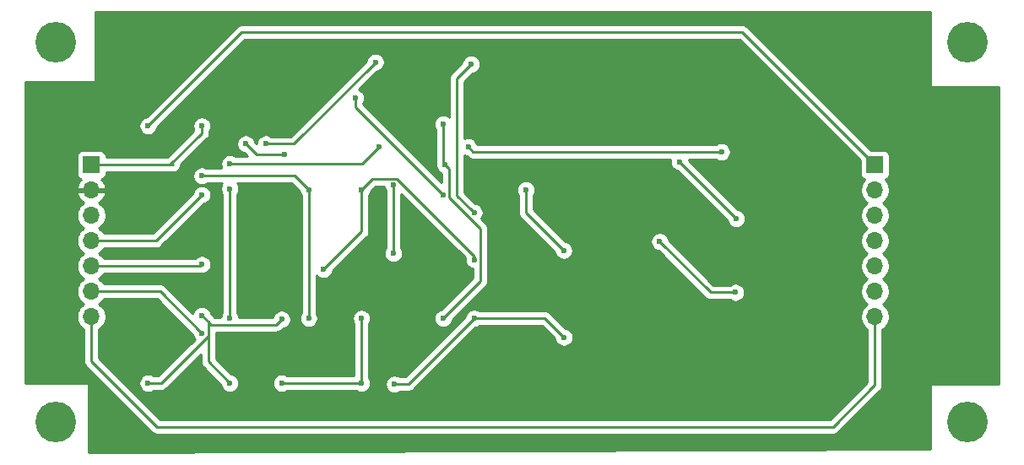
<source format=gbr>
%TF.GenerationSoftware,KiCad,Pcbnew,(5.1.10)-1*%
%TF.CreationDate,2021-10-26T22:21:35+02:00*%
%TF.ProjectId,TMS9929_RGB_Adapter,544d5339-3932-4395-9f52-47425f416461,0*%
%TF.SameCoordinates,Original*%
%TF.FileFunction,Copper,L2,Bot*%
%TF.FilePolarity,Positive*%
%FSLAX46Y46*%
G04 Gerber Fmt 4.6, Leading zero omitted, Abs format (unit mm)*
G04 Created by KiCad (PCBNEW (5.1.10)-1) date 2021-10-26 22:21:35*
%MOMM*%
%LPD*%
G01*
G04 APERTURE LIST*
%TA.AperFunction,ComponentPad*%
%ADD10O,1.700000X1.700000*%
%TD*%
%TA.AperFunction,ComponentPad*%
%ADD11R,1.700000X1.700000*%
%TD*%
%TA.AperFunction,ComponentPad*%
%ADD12C,4.064000*%
%TD*%
%TA.AperFunction,ViaPad*%
%ADD13C,0.600000*%
%TD*%
%TA.AperFunction,Conductor*%
%ADD14C,0.250000*%
%TD*%
%TA.AperFunction,Conductor*%
%ADD15C,0.254000*%
%TD*%
%TA.AperFunction,Conductor*%
%ADD16C,0.100000*%
%TD*%
G04 APERTURE END LIST*
D10*
%TO.P,J2,7*%
%TO.N,Net-(J1-Pad7)*%
X108800000Y-51640000D03*
%TO.P,J2,6*%
%TO.N,GND*%
X108800000Y-49100000D03*
%TO.P,J2,5*%
%TO.N,Net-(J2-Pad5)*%
X108800000Y-46560000D03*
%TO.P,J2,4*%
%TO.N,Net-(J2-Pad4)*%
X108800000Y-44020000D03*
%TO.P,J2,3*%
%TO.N,Net-(J2-Pad3)*%
X108800000Y-41480000D03*
%TO.P,J2,2*%
%TO.N,Net-(J2-Pad2)*%
X108800000Y-38940000D03*
D11*
%TO.P,J2,1*%
%TO.N,Net-(J2-Pad1)*%
X108800000Y-36400000D03*
%TD*%
D10*
%TO.P,J1,7*%
%TO.N,Net-(J1-Pad7)*%
X30200000Y-51640000D03*
%TO.P,J1,6*%
%TO.N,Net-(J1-Pad6)*%
X30200000Y-49100000D03*
%TO.P,J1,5*%
%TO.N,Net-(J1-Pad5)*%
X30200000Y-46560000D03*
%TO.P,J1,4*%
%TO.N,Net-(J1-Pad4)*%
X30200000Y-44020000D03*
%TO.P,J1,3*%
%TO.N,GND*%
X30200000Y-41480000D03*
%TO.P,J1,2*%
%TO.N,VCC*%
X30200000Y-38940000D03*
D11*
%TO.P,J1,1*%
%TO.N,Net-(J1-Pad1)*%
X30200000Y-36400000D03*
%TD*%
D12*
%TO.P,P6,1*%
%TO.N,N/C*%
X26670000Y-24130000D03*
%TD*%
%TO.P,P8,1*%
%TO.N,N/C*%
X118110000Y-24130000D03*
%TD*%
%TO.P,P9,1*%
%TO.N,N/C*%
X118110000Y-62230000D03*
%TD*%
%TO.P,P7,1*%
%TO.N,N/C*%
X26670000Y-62230000D03*
%TD*%
D13*
%TO.N,VCC*%
X35900000Y-38500000D03*
X35900000Y-52400000D03*
X35900000Y-45400000D03*
X89800000Y-48200000D03*
X89800000Y-56000000D03*
X89800000Y-40800000D03*
X89800000Y-32600000D03*
X79800000Y-48200000D03*
X77600000Y-56000000D03*
X35900000Y-26100000D03*
%TO.N,Net-(J2-Pad1)*%
X35900000Y-32500000D03*
%TO.N,Net-(Q2-Pad1)*%
X94900000Y-41800000D03*
X89200000Y-36100000D03*
%TO.N,Net-(Q3-Pad1)*%
X94800000Y-49200000D03*
X87200000Y-44100000D03*
%TO.N,Net-(Q5-Pad3)*%
X60500000Y-38400000D03*
X60500004Y-45300000D03*
%TO.N,Net-(Q5-Pad2)*%
X65500000Y-51800000D03*
X65700000Y-36400000D03*
X65500000Y-32300000D03*
%TO.N,Net-(Q6-Pad3)*%
X77585000Y-45000000D03*
X73800000Y-38900000D03*
%TO.N,Net-(Q6-Pad2)*%
X57300000Y-38900000D03*
X68600000Y-45900000D03*
X53500000Y-46900012D03*
%TO.N,Net-(Q7-Pad3)*%
X68600000Y-51800000D03*
X60600014Y-58400000D03*
X77600000Y-53700000D03*
%TO.N,Net-(Q7-Pad2)*%
X57300000Y-58300000D03*
X57300000Y-51800000D03*
X49300000Y-58300000D03*
%TO.N,Net-(Q8-Pad2)*%
X52000000Y-51800000D03*
X52000000Y-38900000D03*
X41300000Y-37500000D03*
%TO.N,Net-(Q9-Pad2)*%
X49600000Y-35400000D03*
X45700000Y-34300000D03*
%TO.N,Net-(C3-Pad2)*%
X58700000Y-26100000D03*
X47700000Y-34300004D03*
X44100000Y-51800000D03*
X44100000Y-38800000D03*
%TO.N,Net-(C3-Pad1)*%
X65500000Y-39400000D03*
X56700002Y-29700000D03*
%TO.N,Net-(C4-Pad1)*%
X68300000Y-26300000D03*
X68600000Y-41200000D03*
%TO.N,Net-(Q10-Pad2)*%
X41300000Y-51500000D03*
X44100000Y-58300000D03*
X35899998Y-58300000D03*
X49300000Y-51900000D03*
%TO.N,Net-(J1-Pad6)*%
X41300000Y-53300002D03*
%TO.N,Net-(J1-Pad5)*%
X41300000Y-46400000D03*
%TO.N,Net-(J1-Pad4)*%
X41300000Y-39400000D03*
X44100000Y-36300000D03*
X93400000Y-35100000D03*
X59100000Y-34600000D03*
X67999998Y-34600000D03*
%TO.N,Net-(J1-Pad1)*%
X41299994Y-32500000D03*
%TD*%
D14*
%TO.N,Net-(J2-Pad1)*%
X35900000Y-32500000D02*
X45300000Y-23100000D01*
X95500000Y-23100000D02*
X108800000Y-36400000D01*
X45300000Y-23100000D02*
X95500000Y-23100000D01*
%TO.N,Net-(Q2-Pad1)*%
X94900000Y-41800000D02*
X89200000Y-36100000D01*
%TO.N,Net-(Q3-Pad1)*%
X92300000Y-49200000D02*
X87200000Y-44100000D01*
X94800000Y-49200000D02*
X92300000Y-49200000D01*
%TO.N,Net-(Q5-Pad3)*%
X60500000Y-38400000D02*
X60500000Y-44900000D01*
X60500000Y-44900000D02*
X60500000Y-45299996D01*
X60500000Y-45299996D02*
X60500004Y-45300000D01*
%TO.N,Net-(Q5-Pad2)*%
X66125001Y-36825001D02*
X65700000Y-36400000D01*
X66125001Y-39700001D02*
X66125001Y-36825001D01*
X69225001Y-42800001D02*
X66125001Y-39700001D01*
X69225001Y-48074999D02*
X69225001Y-42800001D01*
X65500000Y-51800000D02*
X69225001Y-48074999D01*
X65500000Y-36200000D02*
X65700000Y-36400000D01*
X65500000Y-32300000D02*
X65500000Y-36200000D01*
%TO.N,Net-(Q6-Pad3)*%
X73800000Y-41215000D02*
X77585000Y-45000000D01*
X73800000Y-38900000D02*
X73800000Y-41215000D01*
%TO.N,Net-(Q6-Pad2)*%
X68600000Y-45574998D02*
X68600000Y-45900000D01*
X60800001Y-37774999D02*
X68600000Y-45574998D01*
X58425001Y-37774999D02*
X60800001Y-37774999D01*
X57300000Y-38900000D02*
X58425001Y-37774999D01*
X57300000Y-43100012D02*
X53500000Y-46900012D01*
X57300000Y-38900000D02*
X57300000Y-43100012D01*
%TO.N,Net-(Q7-Pad3)*%
X68600000Y-51800000D02*
X62000000Y-58400000D01*
X62000000Y-58400000D02*
X60600014Y-58400000D01*
X75700000Y-51800000D02*
X77600000Y-53700000D01*
X68600000Y-51800000D02*
X75700000Y-51800000D01*
%TO.N,Net-(Q7-Pad2)*%
X57300000Y-58300000D02*
X57300000Y-51800000D01*
X49300000Y-58300000D02*
X57300000Y-58300000D01*
%TO.N,Net-(Q8-Pad2)*%
X52000000Y-51800000D02*
X52000000Y-38900000D01*
X50600000Y-37500000D02*
X52000000Y-38900000D01*
X41300000Y-37500000D02*
X50600000Y-37500000D01*
%TO.N,Net-(Q9-Pad2)*%
X46800000Y-35400000D02*
X45700000Y-34300000D01*
X49600000Y-35400000D02*
X46800000Y-35400000D01*
%TO.N,Net-(C3-Pad2)*%
X50499996Y-34300004D02*
X47700000Y-34300004D01*
X58700000Y-26100000D02*
X50499996Y-34300004D01*
X44100000Y-51800000D02*
X44100000Y-38800000D01*
%TO.N,Net-(C3-Pad1)*%
X65500000Y-39400000D02*
X56700002Y-30600002D01*
X56700002Y-30600002D02*
X56700002Y-29700000D01*
%TO.N,Net-(C4-Pad1)*%
X68300001Y-40900001D02*
X68600000Y-41200000D01*
X66874998Y-27725002D02*
X66874998Y-39474998D01*
X68300000Y-26300000D02*
X66874998Y-27725002D01*
X66874998Y-39474998D02*
X68300001Y-40900001D01*
%TO.N,Net-(Q10-Pad2)*%
X41925001Y-52125001D02*
X41300000Y-51500000D01*
X41925001Y-53600003D02*
X41925001Y-52125001D01*
X41925001Y-56125001D02*
X44100000Y-58300000D01*
X41925001Y-53600003D02*
X41925001Y-56125001D01*
X41925001Y-53600003D02*
X37225004Y-58300000D01*
X37225004Y-58300000D02*
X35899998Y-58300000D01*
X42225001Y-52425001D02*
X48774999Y-52425001D01*
X48774999Y-52425001D02*
X49300000Y-51900000D01*
X41925001Y-52125001D02*
X42225001Y-52425001D01*
%TO.N,Net-(J1-Pad7)*%
X30200000Y-51640000D02*
X30200000Y-56100000D01*
X30200000Y-56100000D02*
X36800000Y-62700000D01*
X36800000Y-62700000D02*
X104600000Y-62700000D01*
X108800000Y-58500000D02*
X108800000Y-51640000D01*
X104600000Y-62700000D02*
X108800000Y-58500000D01*
%TO.N,Net-(J1-Pad6)*%
X37099998Y-49100000D02*
X41300000Y-53300002D01*
X30200000Y-49100000D02*
X37099998Y-49100000D01*
%TO.N,Net-(J1-Pad5)*%
X30200000Y-46560000D02*
X41140000Y-46560000D01*
X41140000Y-46560000D02*
X41300000Y-46400000D01*
%TO.N,Net-(J1-Pad4)*%
X30200000Y-44020000D02*
X36680000Y-44020000D01*
X36680000Y-44020000D02*
X41300000Y-39400000D01*
X57400000Y-36300000D02*
X59100000Y-34600000D01*
X44100000Y-36300000D02*
X57400000Y-36300000D01*
X93400000Y-35100000D02*
X68499998Y-35100000D01*
X68499998Y-35100000D02*
X67999998Y-34600000D01*
%TO.N,Net-(J1-Pad1)*%
X30200000Y-36400000D02*
X38100000Y-36400000D01*
X38100000Y-36400000D02*
X38400000Y-36400000D01*
X38100000Y-36400000D02*
X41299994Y-33200006D01*
X41299994Y-33200006D02*
X41299994Y-32500000D01*
%TD*%
D15*
%TO.N,VCC*%
X114373000Y-28500000D02*
X114375440Y-28524776D01*
X114382667Y-28548601D01*
X114394403Y-28570557D01*
X114410197Y-28589803D01*
X114429443Y-28605597D01*
X114451399Y-28617333D01*
X114475224Y-28624560D01*
X114500000Y-28627000D01*
X121210001Y-28627000D01*
X121210000Y-58373000D01*
X114500000Y-58373000D01*
X114475224Y-58375440D01*
X114451399Y-58382667D01*
X114429443Y-58394403D01*
X114410197Y-58410197D01*
X114394403Y-58429443D01*
X114382667Y-58451399D01*
X114375440Y-58475224D01*
X114373000Y-58500000D01*
X114373000Y-64873606D01*
X29972000Y-65277391D01*
X29972000Y-58420000D01*
X29969560Y-58395224D01*
X29962333Y-58371399D01*
X29950597Y-58349443D01*
X29934803Y-58330197D01*
X29915557Y-58314403D01*
X29893601Y-58302667D01*
X29869776Y-58295440D01*
X29845000Y-58293000D01*
X23622000Y-58293000D01*
X23622000Y-41333740D01*
X28715000Y-41333740D01*
X28715000Y-41626260D01*
X28772068Y-41913158D01*
X28884010Y-42183411D01*
X29046525Y-42426632D01*
X29253368Y-42633475D01*
X29427760Y-42750000D01*
X29253368Y-42866525D01*
X29046525Y-43073368D01*
X28884010Y-43316589D01*
X28772068Y-43586842D01*
X28715000Y-43873740D01*
X28715000Y-44166260D01*
X28772068Y-44453158D01*
X28884010Y-44723411D01*
X29046525Y-44966632D01*
X29253368Y-45173475D01*
X29427760Y-45290000D01*
X29253368Y-45406525D01*
X29046525Y-45613368D01*
X28884010Y-45856589D01*
X28772068Y-46126842D01*
X28715000Y-46413740D01*
X28715000Y-46706260D01*
X28772068Y-46993158D01*
X28884010Y-47263411D01*
X29046525Y-47506632D01*
X29253368Y-47713475D01*
X29427760Y-47830000D01*
X29253368Y-47946525D01*
X29046525Y-48153368D01*
X28884010Y-48396589D01*
X28772068Y-48666842D01*
X28715000Y-48953740D01*
X28715000Y-49246260D01*
X28772068Y-49533158D01*
X28884010Y-49803411D01*
X29046525Y-50046632D01*
X29253368Y-50253475D01*
X29427760Y-50370000D01*
X29253368Y-50486525D01*
X29046525Y-50693368D01*
X28884010Y-50936589D01*
X28772068Y-51206842D01*
X28715000Y-51493740D01*
X28715000Y-51786260D01*
X28772068Y-52073158D01*
X28884010Y-52343411D01*
X29046525Y-52586632D01*
X29253368Y-52793475D01*
X29440000Y-52918179D01*
X29440001Y-56062668D01*
X29436324Y-56100000D01*
X29450998Y-56248985D01*
X29494454Y-56392246D01*
X29565026Y-56524276D01*
X29636201Y-56611002D01*
X29660000Y-56640001D01*
X29688998Y-56663799D01*
X36236201Y-63211003D01*
X36259999Y-63240001D01*
X36288997Y-63263799D01*
X36375724Y-63334974D01*
X36507753Y-63405546D01*
X36651014Y-63449003D01*
X36800000Y-63463677D01*
X36837333Y-63460000D01*
X104562678Y-63460000D01*
X104600000Y-63463676D01*
X104637322Y-63460000D01*
X104637333Y-63460000D01*
X104748986Y-63449003D01*
X104892247Y-63405546D01*
X105024276Y-63334974D01*
X105140001Y-63240001D01*
X105163804Y-63210997D01*
X109311004Y-59063798D01*
X109340001Y-59040001D01*
X109376089Y-58996028D01*
X109434974Y-58924277D01*
X109505546Y-58792247D01*
X109526164Y-58724276D01*
X109549003Y-58648986D01*
X109560000Y-58537333D01*
X109560000Y-58537323D01*
X109563676Y-58500000D01*
X109560000Y-58462677D01*
X109560000Y-52918178D01*
X109746632Y-52793475D01*
X109953475Y-52586632D01*
X110115990Y-52343411D01*
X110227932Y-52073158D01*
X110285000Y-51786260D01*
X110285000Y-51493740D01*
X110227932Y-51206842D01*
X110115990Y-50936589D01*
X109953475Y-50693368D01*
X109746632Y-50486525D01*
X109572240Y-50370000D01*
X109746632Y-50253475D01*
X109953475Y-50046632D01*
X110115990Y-49803411D01*
X110227932Y-49533158D01*
X110285000Y-49246260D01*
X110285000Y-48953740D01*
X110227932Y-48666842D01*
X110115990Y-48396589D01*
X109953475Y-48153368D01*
X109746632Y-47946525D01*
X109572240Y-47830000D01*
X109746632Y-47713475D01*
X109953475Y-47506632D01*
X110115990Y-47263411D01*
X110227932Y-46993158D01*
X110285000Y-46706260D01*
X110285000Y-46413740D01*
X110227932Y-46126842D01*
X110115990Y-45856589D01*
X109953475Y-45613368D01*
X109746632Y-45406525D01*
X109572240Y-45290000D01*
X109746632Y-45173475D01*
X109953475Y-44966632D01*
X110115990Y-44723411D01*
X110227932Y-44453158D01*
X110285000Y-44166260D01*
X110285000Y-43873740D01*
X110227932Y-43586842D01*
X110115990Y-43316589D01*
X109953475Y-43073368D01*
X109746632Y-42866525D01*
X109572240Y-42750000D01*
X109746632Y-42633475D01*
X109953475Y-42426632D01*
X110115990Y-42183411D01*
X110227932Y-41913158D01*
X110285000Y-41626260D01*
X110285000Y-41333740D01*
X110227932Y-41046842D01*
X110115990Y-40776589D01*
X109953475Y-40533368D01*
X109746632Y-40326525D01*
X109572240Y-40210000D01*
X109746632Y-40093475D01*
X109953475Y-39886632D01*
X110115990Y-39643411D01*
X110227932Y-39373158D01*
X110285000Y-39086260D01*
X110285000Y-38793740D01*
X110227932Y-38506842D01*
X110115990Y-38236589D01*
X109953475Y-37993368D01*
X109821620Y-37861513D01*
X109894180Y-37839502D01*
X110004494Y-37780537D01*
X110101185Y-37701185D01*
X110180537Y-37604494D01*
X110239502Y-37494180D01*
X110275812Y-37374482D01*
X110288072Y-37250000D01*
X110288072Y-35550000D01*
X110275812Y-35425518D01*
X110239502Y-35305820D01*
X110180537Y-35195506D01*
X110101185Y-35098815D01*
X110004494Y-35019463D01*
X109894180Y-34960498D01*
X109774482Y-34924188D01*
X109650000Y-34911928D01*
X108386731Y-34911928D01*
X96063804Y-22589003D01*
X96040001Y-22559999D01*
X95924276Y-22465026D01*
X95792247Y-22394454D01*
X95648986Y-22350997D01*
X95537333Y-22340000D01*
X95537322Y-22340000D01*
X95500000Y-22336324D01*
X95462678Y-22340000D01*
X45337322Y-22340000D01*
X45299999Y-22336324D01*
X45262676Y-22340000D01*
X45262667Y-22340000D01*
X45151014Y-22350997D01*
X45007753Y-22394454D01*
X44875724Y-22465026D01*
X44875722Y-22465027D01*
X44875723Y-22465027D01*
X44788996Y-22536201D01*
X44788992Y-22536205D01*
X44759999Y-22559999D01*
X44736205Y-22588992D01*
X35748352Y-31576847D01*
X35627271Y-31600932D01*
X35457111Y-31671414D01*
X35303972Y-31773738D01*
X35173738Y-31903972D01*
X35071414Y-32057111D01*
X35000932Y-32227271D01*
X34965000Y-32407911D01*
X34965000Y-32592089D01*
X35000932Y-32772729D01*
X35071414Y-32942889D01*
X35173738Y-33096028D01*
X35303972Y-33226262D01*
X35457111Y-33328586D01*
X35627271Y-33399068D01*
X35807911Y-33435000D01*
X35992089Y-33435000D01*
X36172729Y-33399068D01*
X36342889Y-33328586D01*
X36496028Y-33226262D01*
X36626262Y-33096028D01*
X36728586Y-32942889D01*
X36799068Y-32772729D01*
X36823153Y-32651648D01*
X45614803Y-23860000D01*
X95185199Y-23860000D01*
X107311928Y-35986731D01*
X107311928Y-37250000D01*
X107324188Y-37374482D01*
X107360498Y-37494180D01*
X107419463Y-37604494D01*
X107498815Y-37701185D01*
X107595506Y-37780537D01*
X107705820Y-37839502D01*
X107778380Y-37861513D01*
X107646525Y-37993368D01*
X107484010Y-38236589D01*
X107372068Y-38506842D01*
X107315000Y-38793740D01*
X107315000Y-39086260D01*
X107372068Y-39373158D01*
X107484010Y-39643411D01*
X107646525Y-39886632D01*
X107853368Y-40093475D01*
X108027760Y-40210000D01*
X107853368Y-40326525D01*
X107646525Y-40533368D01*
X107484010Y-40776589D01*
X107372068Y-41046842D01*
X107315000Y-41333740D01*
X107315000Y-41626260D01*
X107372068Y-41913158D01*
X107484010Y-42183411D01*
X107646525Y-42426632D01*
X107853368Y-42633475D01*
X108027760Y-42750000D01*
X107853368Y-42866525D01*
X107646525Y-43073368D01*
X107484010Y-43316589D01*
X107372068Y-43586842D01*
X107315000Y-43873740D01*
X107315000Y-44166260D01*
X107372068Y-44453158D01*
X107484010Y-44723411D01*
X107646525Y-44966632D01*
X107853368Y-45173475D01*
X108027760Y-45290000D01*
X107853368Y-45406525D01*
X107646525Y-45613368D01*
X107484010Y-45856589D01*
X107372068Y-46126842D01*
X107315000Y-46413740D01*
X107315000Y-46706260D01*
X107372068Y-46993158D01*
X107484010Y-47263411D01*
X107646525Y-47506632D01*
X107853368Y-47713475D01*
X108027760Y-47830000D01*
X107853368Y-47946525D01*
X107646525Y-48153368D01*
X107484010Y-48396589D01*
X107372068Y-48666842D01*
X107315000Y-48953740D01*
X107315000Y-49246260D01*
X107372068Y-49533158D01*
X107484010Y-49803411D01*
X107646525Y-50046632D01*
X107853368Y-50253475D01*
X108027760Y-50370000D01*
X107853368Y-50486525D01*
X107646525Y-50693368D01*
X107484010Y-50936589D01*
X107372068Y-51206842D01*
X107315000Y-51493740D01*
X107315000Y-51786260D01*
X107372068Y-52073158D01*
X107484010Y-52343411D01*
X107646525Y-52586632D01*
X107853368Y-52793475D01*
X108040001Y-52918179D01*
X108040000Y-58185198D01*
X104285199Y-61940000D01*
X37114802Y-61940000D01*
X30960000Y-55785199D01*
X30960000Y-52918178D01*
X31146632Y-52793475D01*
X31353475Y-52586632D01*
X31515990Y-52343411D01*
X31627932Y-52073158D01*
X31685000Y-51786260D01*
X31685000Y-51493740D01*
X31627932Y-51206842D01*
X31515990Y-50936589D01*
X31353475Y-50693368D01*
X31146632Y-50486525D01*
X30972240Y-50370000D01*
X31146632Y-50253475D01*
X31353475Y-50046632D01*
X31478178Y-49860000D01*
X36785197Y-49860000D01*
X40376847Y-53451651D01*
X40400932Y-53572731D01*
X40471414Y-53742891D01*
X40565901Y-53884301D01*
X36910203Y-57540000D01*
X36445533Y-57540000D01*
X36342887Y-57471414D01*
X36172727Y-57400932D01*
X35992087Y-57365000D01*
X35807909Y-57365000D01*
X35627269Y-57400932D01*
X35457109Y-57471414D01*
X35303970Y-57573738D01*
X35173736Y-57703972D01*
X35071412Y-57857111D01*
X35000930Y-58027271D01*
X34964998Y-58207911D01*
X34964998Y-58392089D01*
X35000930Y-58572729D01*
X35071412Y-58742889D01*
X35173736Y-58896028D01*
X35303970Y-59026262D01*
X35457109Y-59128586D01*
X35627269Y-59199068D01*
X35807909Y-59235000D01*
X35992087Y-59235000D01*
X36172727Y-59199068D01*
X36342887Y-59128586D01*
X36445533Y-59060000D01*
X37187682Y-59060000D01*
X37225004Y-59063676D01*
X37262326Y-59060000D01*
X37262337Y-59060000D01*
X37373990Y-59049003D01*
X37517251Y-59005546D01*
X37649280Y-58934974D01*
X37765005Y-58840001D01*
X37788808Y-58810997D01*
X41165002Y-55434804D01*
X41165002Y-56087669D01*
X41161325Y-56125001D01*
X41165002Y-56162334D01*
X41173537Y-56248985D01*
X41175999Y-56273986D01*
X41219455Y-56417247D01*
X41290027Y-56549277D01*
X41340684Y-56611002D01*
X41385001Y-56665002D01*
X41413999Y-56688800D01*
X43176847Y-58451649D01*
X43200932Y-58572729D01*
X43271414Y-58742889D01*
X43373738Y-58896028D01*
X43503972Y-59026262D01*
X43657111Y-59128586D01*
X43827271Y-59199068D01*
X44007911Y-59235000D01*
X44192089Y-59235000D01*
X44372729Y-59199068D01*
X44542889Y-59128586D01*
X44696028Y-59026262D01*
X44826262Y-58896028D01*
X44928586Y-58742889D01*
X44999068Y-58572729D01*
X45035000Y-58392089D01*
X45035000Y-58207911D01*
X48365000Y-58207911D01*
X48365000Y-58392089D01*
X48400932Y-58572729D01*
X48471414Y-58742889D01*
X48573738Y-58896028D01*
X48703972Y-59026262D01*
X48857111Y-59128586D01*
X49027271Y-59199068D01*
X49207911Y-59235000D01*
X49392089Y-59235000D01*
X49572729Y-59199068D01*
X49742889Y-59128586D01*
X49845535Y-59060000D01*
X56754465Y-59060000D01*
X56857111Y-59128586D01*
X57027271Y-59199068D01*
X57207911Y-59235000D01*
X57392089Y-59235000D01*
X57572729Y-59199068D01*
X57742889Y-59128586D01*
X57896028Y-59026262D01*
X58026262Y-58896028D01*
X58128586Y-58742889D01*
X58199068Y-58572729D01*
X58235000Y-58392089D01*
X58235000Y-58307911D01*
X59665014Y-58307911D01*
X59665014Y-58492089D01*
X59700946Y-58672729D01*
X59771428Y-58842889D01*
X59873752Y-58996028D01*
X60003986Y-59126262D01*
X60157125Y-59228586D01*
X60327285Y-59299068D01*
X60507925Y-59335000D01*
X60692103Y-59335000D01*
X60872743Y-59299068D01*
X61042903Y-59228586D01*
X61145549Y-59160000D01*
X61962678Y-59160000D01*
X62000000Y-59163676D01*
X62037322Y-59160000D01*
X62037333Y-59160000D01*
X62148986Y-59149003D01*
X62292247Y-59105546D01*
X62424276Y-59034974D01*
X62540001Y-58940001D01*
X62563804Y-58910997D01*
X68751649Y-52723153D01*
X68872729Y-52699068D01*
X69042889Y-52628586D01*
X69145535Y-52560000D01*
X75385199Y-52560000D01*
X76676847Y-53851649D01*
X76700932Y-53972729D01*
X76771414Y-54142889D01*
X76873738Y-54296028D01*
X77003972Y-54426262D01*
X77157111Y-54528586D01*
X77327271Y-54599068D01*
X77507911Y-54635000D01*
X77692089Y-54635000D01*
X77872729Y-54599068D01*
X78042889Y-54528586D01*
X78196028Y-54426262D01*
X78326262Y-54296028D01*
X78428586Y-54142889D01*
X78499068Y-53972729D01*
X78535000Y-53792089D01*
X78535000Y-53607911D01*
X78499068Y-53427271D01*
X78428586Y-53257111D01*
X78326262Y-53103972D01*
X78196028Y-52973738D01*
X78042889Y-52871414D01*
X77872729Y-52800932D01*
X77751649Y-52776847D01*
X76263804Y-51289003D01*
X76240001Y-51259999D01*
X76124276Y-51165026D01*
X75992247Y-51094454D01*
X75848986Y-51050997D01*
X75737333Y-51040000D01*
X75737322Y-51040000D01*
X75700000Y-51036324D01*
X75662678Y-51040000D01*
X69145535Y-51040000D01*
X69042889Y-50971414D01*
X68872729Y-50900932D01*
X68692089Y-50865000D01*
X68507911Y-50865000D01*
X68327271Y-50900932D01*
X68157111Y-50971414D01*
X68003972Y-51073738D01*
X67873738Y-51203972D01*
X67771414Y-51357111D01*
X67700932Y-51527271D01*
X67676847Y-51648351D01*
X61685199Y-57640000D01*
X61145549Y-57640000D01*
X61042903Y-57571414D01*
X60872743Y-57500932D01*
X60692103Y-57465000D01*
X60507925Y-57465000D01*
X60327285Y-57500932D01*
X60157125Y-57571414D01*
X60003986Y-57673738D01*
X59873752Y-57803972D01*
X59771428Y-57957111D01*
X59700946Y-58127271D01*
X59665014Y-58307911D01*
X58235000Y-58307911D01*
X58235000Y-58207911D01*
X58199068Y-58027271D01*
X58128586Y-57857111D01*
X58060000Y-57754465D01*
X58060000Y-52345535D01*
X58128586Y-52242889D01*
X58199068Y-52072729D01*
X58235000Y-51892089D01*
X58235000Y-51707911D01*
X58199068Y-51527271D01*
X58128586Y-51357111D01*
X58026262Y-51203972D01*
X57896028Y-51073738D01*
X57742889Y-50971414D01*
X57572729Y-50900932D01*
X57392089Y-50865000D01*
X57207911Y-50865000D01*
X57027271Y-50900932D01*
X56857111Y-50971414D01*
X56703972Y-51073738D01*
X56573738Y-51203972D01*
X56471414Y-51357111D01*
X56400932Y-51527271D01*
X56365000Y-51707911D01*
X56365000Y-51892089D01*
X56400932Y-52072729D01*
X56471414Y-52242889D01*
X56540001Y-52345537D01*
X56540000Y-57540000D01*
X49845535Y-57540000D01*
X49742889Y-57471414D01*
X49572729Y-57400932D01*
X49392089Y-57365000D01*
X49207911Y-57365000D01*
X49027271Y-57400932D01*
X48857111Y-57471414D01*
X48703972Y-57573738D01*
X48573738Y-57703972D01*
X48471414Y-57857111D01*
X48400932Y-58027271D01*
X48365000Y-58207911D01*
X45035000Y-58207911D01*
X44999068Y-58027271D01*
X44928586Y-57857111D01*
X44826262Y-57703972D01*
X44696028Y-57573738D01*
X44542889Y-57471414D01*
X44372729Y-57400932D01*
X44251649Y-57376847D01*
X42685001Y-55810200D01*
X42685001Y-53637335D01*
X42688678Y-53600003D01*
X42685001Y-53562670D01*
X42685001Y-53185001D01*
X48737677Y-53185001D01*
X48774999Y-53188677D01*
X48812321Y-53185001D01*
X48812332Y-53185001D01*
X48923985Y-53174004D01*
X49067246Y-53130547D01*
X49199275Y-53059975D01*
X49315000Y-52965002D01*
X49338802Y-52935999D01*
X49451649Y-52823153D01*
X49572729Y-52799068D01*
X49742889Y-52728586D01*
X49896028Y-52626262D01*
X50026262Y-52496028D01*
X50128586Y-52342889D01*
X50199068Y-52172729D01*
X50235000Y-51992089D01*
X50235000Y-51807911D01*
X50199068Y-51627271D01*
X50128586Y-51457111D01*
X50026262Y-51303972D01*
X49896028Y-51173738D01*
X49742889Y-51071414D01*
X49572729Y-51000932D01*
X49392089Y-50965000D01*
X49207911Y-50965000D01*
X49027271Y-51000932D01*
X48857111Y-51071414D01*
X48703972Y-51173738D01*
X48573738Y-51303972D01*
X48471414Y-51457111D01*
X48400932Y-51627271D01*
X48393427Y-51665001D01*
X45026465Y-51665001D01*
X44999068Y-51527271D01*
X44928586Y-51357111D01*
X44860000Y-51254465D01*
X44860000Y-39345535D01*
X44928586Y-39242889D01*
X44999068Y-39072729D01*
X45035000Y-38892089D01*
X45035000Y-38707911D01*
X44999068Y-38527271D01*
X44928586Y-38357111D01*
X44863699Y-38260000D01*
X50285199Y-38260000D01*
X51076847Y-39051649D01*
X51100932Y-39172729D01*
X51171414Y-39342889D01*
X51240001Y-39445537D01*
X51240000Y-51254465D01*
X51171414Y-51357111D01*
X51100932Y-51527271D01*
X51065000Y-51707911D01*
X51065000Y-51892089D01*
X51100932Y-52072729D01*
X51171414Y-52242889D01*
X51273738Y-52396028D01*
X51403972Y-52526262D01*
X51557111Y-52628586D01*
X51727271Y-52699068D01*
X51907911Y-52735000D01*
X52092089Y-52735000D01*
X52272729Y-52699068D01*
X52442889Y-52628586D01*
X52596028Y-52526262D01*
X52726262Y-52396028D01*
X52828586Y-52242889D01*
X52899068Y-52072729D01*
X52935000Y-51892089D01*
X52935000Y-51707911D01*
X52899068Y-51527271D01*
X52828586Y-51357111D01*
X52760000Y-51254465D01*
X52760000Y-47475480D01*
X52773738Y-47496040D01*
X52903972Y-47626274D01*
X53057111Y-47728598D01*
X53227271Y-47799080D01*
X53407911Y-47835012D01*
X53592089Y-47835012D01*
X53772729Y-47799080D01*
X53942889Y-47728598D01*
X54096028Y-47626274D01*
X54226262Y-47496040D01*
X54328586Y-47342901D01*
X54399068Y-47172741D01*
X54423153Y-47051660D01*
X57811003Y-43663811D01*
X57840001Y-43640013D01*
X57934974Y-43524288D01*
X58005546Y-43392259D01*
X58049003Y-43248998D01*
X58060000Y-43137345D01*
X58063677Y-43100012D01*
X58060000Y-43062679D01*
X58060000Y-39445535D01*
X58128586Y-39342889D01*
X58199068Y-39172729D01*
X58223153Y-39051649D01*
X58739803Y-38534999D01*
X59573535Y-38534999D01*
X59600932Y-38672729D01*
X59671414Y-38842889D01*
X59740000Y-38945536D01*
X59740001Y-44754469D01*
X59671418Y-44857111D01*
X59600936Y-45027271D01*
X59565004Y-45207911D01*
X59565004Y-45392089D01*
X59600936Y-45572729D01*
X59671418Y-45742889D01*
X59773742Y-45896028D01*
X59903976Y-46026262D01*
X60057115Y-46128586D01*
X60227275Y-46199068D01*
X60407915Y-46235000D01*
X60592093Y-46235000D01*
X60772733Y-46199068D01*
X60942893Y-46128586D01*
X61096032Y-46026262D01*
X61226266Y-45896028D01*
X61328590Y-45742889D01*
X61399072Y-45572729D01*
X61435004Y-45392089D01*
X61435004Y-45207911D01*
X61399072Y-45027271D01*
X61328590Y-44857111D01*
X61260000Y-44754459D01*
X61260000Y-39309799D01*
X67680448Y-45730248D01*
X67665000Y-45807911D01*
X67665000Y-45992089D01*
X67700932Y-46172729D01*
X67771414Y-46342889D01*
X67873738Y-46496028D01*
X68003972Y-46626262D01*
X68157111Y-46728586D01*
X68327271Y-46799068D01*
X68465001Y-46826465D01*
X68465001Y-47760197D01*
X65348352Y-50876847D01*
X65227271Y-50900932D01*
X65057111Y-50971414D01*
X64903972Y-51073738D01*
X64773738Y-51203972D01*
X64671414Y-51357111D01*
X64600932Y-51527271D01*
X64565000Y-51707911D01*
X64565000Y-51892089D01*
X64600932Y-52072729D01*
X64671414Y-52242889D01*
X64773738Y-52396028D01*
X64903972Y-52526262D01*
X65057111Y-52628586D01*
X65227271Y-52699068D01*
X65407911Y-52735000D01*
X65592089Y-52735000D01*
X65772729Y-52699068D01*
X65942889Y-52628586D01*
X66096028Y-52526262D01*
X66226262Y-52396028D01*
X66328586Y-52242889D01*
X66399068Y-52072729D01*
X66423153Y-51951648D01*
X69736005Y-48638797D01*
X69765002Y-48615000D01*
X69829671Y-48536201D01*
X69859975Y-48499276D01*
X69930547Y-48367246D01*
X69939927Y-48336324D01*
X69974004Y-48223985D01*
X69985001Y-48112332D01*
X69985001Y-48112322D01*
X69988677Y-48074999D01*
X69985001Y-48037676D01*
X69985001Y-42837323D01*
X69988677Y-42800000D01*
X69985001Y-42762677D01*
X69985001Y-42762668D01*
X69974004Y-42651015D01*
X69930547Y-42507754D01*
X69929366Y-42505545D01*
X69859975Y-42375724D01*
X69788800Y-42288998D01*
X69765002Y-42260000D01*
X69736004Y-42236202D01*
X69311046Y-41811244D01*
X69326262Y-41796028D01*
X69428586Y-41642889D01*
X69499068Y-41472729D01*
X69535000Y-41292089D01*
X69535000Y-41107911D01*
X69499068Y-40927271D01*
X69428586Y-40757111D01*
X69326262Y-40603972D01*
X69196028Y-40473738D01*
X69042889Y-40371414D01*
X68872729Y-40300932D01*
X68751649Y-40276847D01*
X67634998Y-39160197D01*
X67634998Y-38807911D01*
X72865000Y-38807911D01*
X72865000Y-38992089D01*
X72900932Y-39172729D01*
X72971414Y-39342889D01*
X73040000Y-39445536D01*
X73040001Y-41177668D01*
X73036324Y-41215000D01*
X73040001Y-41252333D01*
X73050998Y-41363986D01*
X73064180Y-41407442D01*
X73094454Y-41507246D01*
X73165026Y-41639276D01*
X73221354Y-41707911D01*
X73260000Y-41755001D01*
X73288998Y-41778799D01*
X76661847Y-45151649D01*
X76685932Y-45272729D01*
X76756414Y-45442889D01*
X76858738Y-45596028D01*
X76988972Y-45726262D01*
X77142111Y-45828586D01*
X77312271Y-45899068D01*
X77492911Y-45935000D01*
X77677089Y-45935000D01*
X77857729Y-45899068D01*
X78027889Y-45828586D01*
X78181028Y-45726262D01*
X78311262Y-45596028D01*
X78413586Y-45442889D01*
X78484068Y-45272729D01*
X78520000Y-45092089D01*
X78520000Y-44907911D01*
X78484068Y-44727271D01*
X78413586Y-44557111D01*
X78311262Y-44403972D01*
X78181028Y-44273738D01*
X78027889Y-44171414D01*
X77857729Y-44100932D01*
X77736649Y-44076847D01*
X77667713Y-44007911D01*
X86265000Y-44007911D01*
X86265000Y-44192089D01*
X86300932Y-44372729D01*
X86371414Y-44542889D01*
X86473738Y-44696028D01*
X86603972Y-44826262D01*
X86757111Y-44928586D01*
X86927271Y-44999068D01*
X87048352Y-45023153D01*
X91736201Y-49711003D01*
X91759999Y-49740001D01*
X91875724Y-49834974D01*
X92007753Y-49905546D01*
X92151014Y-49949003D01*
X92262667Y-49960000D01*
X92262676Y-49960000D01*
X92299999Y-49963676D01*
X92337322Y-49960000D01*
X94254465Y-49960000D01*
X94357111Y-50028586D01*
X94527271Y-50099068D01*
X94707911Y-50135000D01*
X94892089Y-50135000D01*
X95072729Y-50099068D01*
X95242889Y-50028586D01*
X95396028Y-49926262D01*
X95526262Y-49796028D01*
X95628586Y-49642889D01*
X95699068Y-49472729D01*
X95735000Y-49292089D01*
X95735000Y-49107911D01*
X95699068Y-48927271D01*
X95628586Y-48757111D01*
X95526262Y-48603972D01*
X95396028Y-48473738D01*
X95242889Y-48371414D01*
X95072729Y-48300932D01*
X94892089Y-48265000D01*
X94707911Y-48265000D01*
X94527271Y-48300932D01*
X94357111Y-48371414D01*
X94254465Y-48440000D01*
X92614802Y-48440000D01*
X88123153Y-43948352D01*
X88099068Y-43827271D01*
X88028586Y-43657111D01*
X87926262Y-43503972D01*
X87796028Y-43373738D01*
X87642889Y-43271414D01*
X87472729Y-43200932D01*
X87292089Y-43165000D01*
X87107911Y-43165000D01*
X86927271Y-43200932D01*
X86757111Y-43271414D01*
X86603972Y-43373738D01*
X86473738Y-43503972D01*
X86371414Y-43657111D01*
X86300932Y-43827271D01*
X86265000Y-44007911D01*
X77667713Y-44007911D01*
X74560000Y-40900199D01*
X74560000Y-39445535D01*
X74628586Y-39342889D01*
X74699068Y-39172729D01*
X74735000Y-38992089D01*
X74735000Y-38807911D01*
X74699068Y-38627271D01*
X74628586Y-38457111D01*
X74526262Y-38303972D01*
X74396028Y-38173738D01*
X74242889Y-38071414D01*
X74072729Y-38000932D01*
X73892089Y-37965000D01*
X73707911Y-37965000D01*
X73527271Y-38000932D01*
X73357111Y-38071414D01*
X73203972Y-38173738D01*
X73073738Y-38303972D01*
X72971414Y-38457111D01*
X72900932Y-38627271D01*
X72865000Y-38807911D01*
X67634998Y-38807911D01*
X67634998Y-35460848D01*
X67727269Y-35499068D01*
X67848350Y-35523153D01*
X67936194Y-35610997D01*
X67959997Y-35640001D01*
X68075722Y-35734974D01*
X68207751Y-35805546D01*
X68351012Y-35849003D01*
X68462665Y-35860000D01*
X68462673Y-35860000D01*
X68499998Y-35863676D01*
X68537323Y-35860000D01*
X88294422Y-35860000D01*
X88265000Y-36007911D01*
X88265000Y-36192089D01*
X88300932Y-36372729D01*
X88371414Y-36542889D01*
X88473738Y-36696028D01*
X88603972Y-36826262D01*
X88757111Y-36928586D01*
X88927271Y-36999068D01*
X89048352Y-37023153D01*
X93976847Y-41951649D01*
X94000932Y-42072729D01*
X94071414Y-42242889D01*
X94173738Y-42396028D01*
X94303972Y-42526262D01*
X94457111Y-42628586D01*
X94627271Y-42699068D01*
X94807911Y-42735000D01*
X94992089Y-42735000D01*
X95172729Y-42699068D01*
X95342889Y-42628586D01*
X95496028Y-42526262D01*
X95626262Y-42396028D01*
X95728586Y-42242889D01*
X95799068Y-42072729D01*
X95835000Y-41892089D01*
X95835000Y-41707911D01*
X95799068Y-41527271D01*
X95728586Y-41357111D01*
X95626262Y-41203972D01*
X95496028Y-41073738D01*
X95342889Y-40971414D01*
X95172729Y-40900932D01*
X95051649Y-40876847D01*
X90123153Y-35948352D01*
X90105578Y-35860000D01*
X92854465Y-35860000D01*
X92957111Y-35928586D01*
X93127271Y-35999068D01*
X93307911Y-36035000D01*
X93492089Y-36035000D01*
X93672729Y-35999068D01*
X93842889Y-35928586D01*
X93996028Y-35826262D01*
X94126262Y-35696028D01*
X94228586Y-35542889D01*
X94299068Y-35372729D01*
X94335000Y-35192089D01*
X94335000Y-35007911D01*
X94299068Y-34827271D01*
X94228586Y-34657111D01*
X94126262Y-34503972D01*
X93996028Y-34373738D01*
X93842889Y-34271414D01*
X93672729Y-34200932D01*
X93492089Y-34165000D01*
X93307911Y-34165000D01*
X93127271Y-34200932D01*
X92957111Y-34271414D01*
X92854465Y-34340000D01*
X68901598Y-34340000D01*
X68899066Y-34327271D01*
X68828584Y-34157111D01*
X68726260Y-34003972D01*
X68596026Y-33873738D01*
X68442887Y-33771414D01*
X68272727Y-33700932D01*
X68092087Y-33665000D01*
X67907909Y-33665000D01*
X67727269Y-33700932D01*
X67634998Y-33739152D01*
X67634998Y-28039803D01*
X68451649Y-27223153D01*
X68572729Y-27199068D01*
X68742889Y-27128586D01*
X68896028Y-27026262D01*
X69026262Y-26896028D01*
X69128586Y-26742889D01*
X69199068Y-26572729D01*
X69235000Y-26392089D01*
X69235000Y-26207911D01*
X69199068Y-26027271D01*
X69128586Y-25857111D01*
X69026262Y-25703972D01*
X68896028Y-25573738D01*
X68742889Y-25471414D01*
X68572729Y-25400932D01*
X68392089Y-25365000D01*
X68207911Y-25365000D01*
X68027271Y-25400932D01*
X67857111Y-25471414D01*
X67703972Y-25573738D01*
X67573738Y-25703972D01*
X67471414Y-25857111D01*
X67400932Y-26027271D01*
X67376847Y-26148351D01*
X66364001Y-27161198D01*
X66334997Y-27185001D01*
X66279869Y-27252176D01*
X66240024Y-27300726D01*
X66169453Y-27432755D01*
X66169452Y-27432756D01*
X66125995Y-27576017D01*
X66114998Y-27687670D01*
X66114998Y-27687680D01*
X66111322Y-27725002D01*
X66114998Y-27762324D01*
X66114998Y-31592708D01*
X66096028Y-31573738D01*
X65942889Y-31471414D01*
X65772729Y-31400932D01*
X65592089Y-31365000D01*
X65407911Y-31365000D01*
X65227271Y-31400932D01*
X65057111Y-31471414D01*
X64903972Y-31573738D01*
X64773738Y-31703972D01*
X64671414Y-31857111D01*
X64600932Y-32027271D01*
X64565000Y-32207911D01*
X64565000Y-32392089D01*
X64600932Y-32572729D01*
X64671414Y-32742889D01*
X64740000Y-32845536D01*
X64740001Y-36162668D01*
X64736324Y-36200000D01*
X64740001Y-36237333D01*
X64749621Y-36335000D01*
X64750998Y-36348985D01*
X64765000Y-36395145D01*
X64765000Y-36492089D01*
X64800932Y-36672729D01*
X64871414Y-36842889D01*
X64973738Y-36996028D01*
X65103972Y-37126262D01*
X65257111Y-37228586D01*
X65365002Y-37273275D01*
X65365002Y-38190200D01*
X57460002Y-30285201D01*
X57460002Y-30245535D01*
X57528588Y-30142889D01*
X57599070Y-29972729D01*
X57635002Y-29792089D01*
X57635002Y-29607911D01*
X57599070Y-29427271D01*
X57528588Y-29257111D01*
X57426264Y-29103972D01*
X57296030Y-28973738D01*
X57142891Y-28871414D01*
X57044247Y-28830555D01*
X58851649Y-27023153D01*
X58972729Y-26999068D01*
X59142889Y-26928586D01*
X59296028Y-26826262D01*
X59426262Y-26696028D01*
X59528586Y-26542889D01*
X59599068Y-26372729D01*
X59635000Y-26192089D01*
X59635000Y-26007911D01*
X59599068Y-25827271D01*
X59528586Y-25657111D01*
X59426262Y-25503972D01*
X59296028Y-25373738D01*
X59142889Y-25271414D01*
X58972729Y-25200932D01*
X58792089Y-25165000D01*
X58607911Y-25165000D01*
X58427271Y-25200932D01*
X58257111Y-25271414D01*
X58103972Y-25373738D01*
X57973738Y-25503972D01*
X57871414Y-25657111D01*
X57800932Y-25827271D01*
X57776847Y-25948351D01*
X50185195Y-33540004D01*
X48245535Y-33540004D01*
X48142889Y-33471418D01*
X47972729Y-33400936D01*
X47792089Y-33365004D01*
X47607911Y-33365004D01*
X47427271Y-33400936D01*
X47257111Y-33471418D01*
X47103972Y-33573742D01*
X46973738Y-33703976D01*
X46871414Y-33857115D01*
X46800932Y-34027275D01*
X46765000Y-34207915D01*
X46765000Y-34290199D01*
X46623153Y-34148351D01*
X46599068Y-34027271D01*
X46528586Y-33857111D01*
X46426262Y-33703972D01*
X46296028Y-33573738D01*
X46142889Y-33471414D01*
X45972729Y-33400932D01*
X45792089Y-33365000D01*
X45607911Y-33365000D01*
X45427271Y-33400932D01*
X45257111Y-33471414D01*
X45103972Y-33573738D01*
X44973738Y-33703972D01*
X44871414Y-33857111D01*
X44800932Y-34027271D01*
X44765000Y-34207911D01*
X44765000Y-34392089D01*
X44800932Y-34572729D01*
X44871414Y-34742889D01*
X44973738Y-34896028D01*
X45103972Y-35026262D01*
X45257111Y-35128586D01*
X45427271Y-35199068D01*
X45548351Y-35223153D01*
X45865198Y-35540000D01*
X44645535Y-35540000D01*
X44542889Y-35471414D01*
X44372729Y-35400932D01*
X44192089Y-35365000D01*
X44007911Y-35365000D01*
X43827271Y-35400932D01*
X43657111Y-35471414D01*
X43503972Y-35573738D01*
X43373738Y-35703972D01*
X43271414Y-35857111D01*
X43200932Y-36027271D01*
X43165000Y-36207911D01*
X43165000Y-36392089D01*
X43200932Y-36572729D01*
X43270217Y-36740000D01*
X41845535Y-36740000D01*
X41742889Y-36671414D01*
X41572729Y-36600932D01*
X41392089Y-36565000D01*
X41207911Y-36565000D01*
X41027271Y-36600932D01*
X40857111Y-36671414D01*
X40703972Y-36773738D01*
X40573738Y-36903972D01*
X40471414Y-37057111D01*
X40400932Y-37227271D01*
X40365000Y-37407911D01*
X40365000Y-37592089D01*
X40400932Y-37772729D01*
X40471414Y-37942889D01*
X40573738Y-38096028D01*
X40703972Y-38226262D01*
X40857111Y-38328586D01*
X41027271Y-38399068D01*
X41207911Y-38435000D01*
X41392089Y-38435000D01*
X41572729Y-38399068D01*
X41742889Y-38328586D01*
X41845535Y-38260000D01*
X43336301Y-38260000D01*
X43271414Y-38357111D01*
X43200932Y-38527271D01*
X43165000Y-38707911D01*
X43165000Y-38892089D01*
X43200932Y-39072729D01*
X43271414Y-39242889D01*
X43340001Y-39345537D01*
X43340000Y-51254465D01*
X43271414Y-51357111D01*
X43200932Y-51527271D01*
X43173535Y-51665001D01*
X42539802Y-51665001D01*
X42488805Y-51614004D01*
X42488800Y-51613998D01*
X42465002Y-51585000D01*
X42436003Y-51561201D01*
X42223153Y-51348351D01*
X42199068Y-51227271D01*
X42128586Y-51057111D01*
X42026262Y-50903972D01*
X41896028Y-50773738D01*
X41742889Y-50671414D01*
X41572729Y-50600932D01*
X41392089Y-50565000D01*
X41207911Y-50565000D01*
X41027271Y-50600932D01*
X40857111Y-50671414D01*
X40703972Y-50773738D01*
X40573738Y-50903972D01*
X40471414Y-51057111D01*
X40400932Y-51227271D01*
X40384530Y-51309730D01*
X37663802Y-48589003D01*
X37639999Y-48559999D01*
X37524274Y-48465026D01*
X37392245Y-48394454D01*
X37248984Y-48350997D01*
X37137331Y-48340000D01*
X37137320Y-48340000D01*
X37099998Y-48336324D01*
X37062676Y-48340000D01*
X31478178Y-48340000D01*
X31353475Y-48153368D01*
X31146632Y-47946525D01*
X30972240Y-47830000D01*
X31146632Y-47713475D01*
X31353475Y-47506632D01*
X31478178Y-47320000D01*
X41102678Y-47320000D01*
X41140000Y-47323676D01*
X41147345Y-47322953D01*
X41207911Y-47335000D01*
X41392089Y-47335000D01*
X41572729Y-47299068D01*
X41742889Y-47228586D01*
X41896028Y-47126262D01*
X42026262Y-46996028D01*
X42128586Y-46842889D01*
X42199068Y-46672729D01*
X42235000Y-46492089D01*
X42235000Y-46307911D01*
X42199068Y-46127271D01*
X42128586Y-45957111D01*
X42026262Y-45803972D01*
X41896028Y-45673738D01*
X41742889Y-45571414D01*
X41572729Y-45500932D01*
X41392089Y-45465000D01*
X41207911Y-45465000D01*
X41027271Y-45500932D01*
X40857111Y-45571414D01*
X40703972Y-45673738D01*
X40577710Y-45800000D01*
X31478178Y-45800000D01*
X31353475Y-45613368D01*
X31146632Y-45406525D01*
X30972240Y-45290000D01*
X31146632Y-45173475D01*
X31353475Y-44966632D01*
X31478178Y-44780000D01*
X36642678Y-44780000D01*
X36680000Y-44783676D01*
X36717322Y-44780000D01*
X36717333Y-44780000D01*
X36828986Y-44769003D01*
X36972247Y-44725546D01*
X37104276Y-44654974D01*
X37220001Y-44560001D01*
X37243804Y-44530997D01*
X41451649Y-40323153D01*
X41572729Y-40299068D01*
X41742889Y-40228586D01*
X41896028Y-40126262D01*
X42026262Y-39996028D01*
X42128586Y-39842889D01*
X42199068Y-39672729D01*
X42235000Y-39492089D01*
X42235000Y-39307911D01*
X42199068Y-39127271D01*
X42128586Y-38957111D01*
X42026262Y-38803972D01*
X41896028Y-38673738D01*
X41742889Y-38571414D01*
X41572729Y-38500932D01*
X41392089Y-38465000D01*
X41207911Y-38465000D01*
X41027271Y-38500932D01*
X40857111Y-38571414D01*
X40703972Y-38673738D01*
X40573738Y-38803972D01*
X40471414Y-38957111D01*
X40400932Y-39127271D01*
X40376847Y-39248351D01*
X36365199Y-43260000D01*
X31478178Y-43260000D01*
X31353475Y-43073368D01*
X31146632Y-42866525D01*
X30972240Y-42750000D01*
X31146632Y-42633475D01*
X31353475Y-42426632D01*
X31515990Y-42183411D01*
X31627932Y-41913158D01*
X31685000Y-41626260D01*
X31685000Y-41333740D01*
X31627932Y-41046842D01*
X31515990Y-40776589D01*
X31353475Y-40533368D01*
X31146632Y-40326525D01*
X30964466Y-40204805D01*
X31081355Y-40135178D01*
X31297588Y-39940269D01*
X31471641Y-39706920D01*
X31596825Y-39444099D01*
X31641476Y-39296890D01*
X31520155Y-39067000D01*
X30327000Y-39067000D01*
X30327000Y-39087000D01*
X30073000Y-39087000D01*
X30073000Y-39067000D01*
X28879845Y-39067000D01*
X28758524Y-39296890D01*
X28803175Y-39444099D01*
X28928359Y-39706920D01*
X29102412Y-39940269D01*
X29318645Y-40135178D01*
X29435534Y-40204805D01*
X29253368Y-40326525D01*
X29046525Y-40533368D01*
X28884010Y-40776589D01*
X28772068Y-41046842D01*
X28715000Y-41333740D01*
X23622000Y-41333740D01*
X23622000Y-35550000D01*
X28711928Y-35550000D01*
X28711928Y-37250000D01*
X28724188Y-37374482D01*
X28760498Y-37494180D01*
X28819463Y-37604494D01*
X28898815Y-37701185D01*
X28995506Y-37780537D01*
X29105820Y-37839502D01*
X29186466Y-37863966D01*
X29102412Y-37939731D01*
X28928359Y-38173080D01*
X28803175Y-38435901D01*
X28758524Y-38583110D01*
X28879845Y-38813000D01*
X30073000Y-38813000D01*
X30073000Y-38793000D01*
X30327000Y-38793000D01*
X30327000Y-38813000D01*
X31520155Y-38813000D01*
X31641476Y-38583110D01*
X31596825Y-38435901D01*
X31471641Y-38173080D01*
X31297588Y-37939731D01*
X31213534Y-37863966D01*
X31294180Y-37839502D01*
X31404494Y-37780537D01*
X31501185Y-37701185D01*
X31580537Y-37604494D01*
X31639502Y-37494180D01*
X31675812Y-37374482D01*
X31688072Y-37250000D01*
X31688072Y-37160000D01*
X38062678Y-37160000D01*
X38100000Y-37163676D01*
X38137322Y-37160000D01*
X38437333Y-37160000D01*
X38548986Y-37149003D01*
X38692247Y-37105546D01*
X38824276Y-37034974D01*
X38940001Y-36940001D01*
X39034974Y-36824276D01*
X39105546Y-36692247D01*
X39149003Y-36548986D01*
X39162462Y-36412340D01*
X41810998Y-33763804D01*
X41839995Y-33740007D01*
X41901527Y-33665030D01*
X41934968Y-33624283D01*
X42005540Y-33492253D01*
X42033241Y-33400932D01*
X42048997Y-33348992D01*
X42059994Y-33237339D01*
X42059994Y-33237329D01*
X42063670Y-33200006D01*
X42059994Y-33162683D01*
X42059994Y-33045535D01*
X42128580Y-32942889D01*
X42199062Y-32772729D01*
X42234994Y-32592089D01*
X42234994Y-32407911D01*
X42199062Y-32227271D01*
X42128580Y-32057111D01*
X42026256Y-31903972D01*
X41896022Y-31773738D01*
X41742883Y-31671414D01*
X41572723Y-31600932D01*
X41392083Y-31565000D01*
X41207905Y-31565000D01*
X41027265Y-31600932D01*
X40857105Y-31671414D01*
X40703966Y-31773738D01*
X40573732Y-31903972D01*
X40471408Y-32057111D01*
X40400926Y-32227271D01*
X40364994Y-32407911D01*
X40364994Y-32592089D01*
X40400926Y-32772729D01*
X40471408Y-32942889D01*
X40475774Y-32949424D01*
X37785199Y-35640000D01*
X31688072Y-35640000D01*
X31688072Y-35550000D01*
X31675812Y-35425518D01*
X31639502Y-35305820D01*
X31580537Y-35195506D01*
X31501185Y-35098815D01*
X31404494Y-35019463D01*
X31294180Y-34960498D01*
X31174482Y-34924188D01*
X31050000Y-34911928D01*
X29350000Y-34911928D01*
X29225518Y-34924188D01*
X29105820Y-34960498D01*
X28995506Y-35019463D01*
X28898815Y-35098815D01*
X28819463Y-35195506D01*
X28760498Y-35305820D01*
X28724188Y-35425518D01*
X28711928Y-35550000D01*
X23622000Y-35550000D01*
X23622000Y-28067000D01*
X30480000Y-28067000D01*
X30504776Y-28064560D01*
X30528601Y-28057333D01*
X30550557Y-28045597D01*
X30569803Y-28029803D01*
X30585597Y-28010557D01*
X30597333Y-27988601D01*
X30604560Y-27964776D01*
X30607000Y-27940000D01*
X30607000Y-21082000D01*
X114373000Y-21082000D01*
X114373000Y-28500000D01*
%TA.AperFunction,Conductor*%
D16*
G36*
X114373000Y-28500000D02*
G01*
X114375440Y-28524776D01*
X114382667Y-28548601D01*
X114394403Y-28570557D01*
X114410197Y-28589803D01*
X114429443Y-28605597D01*
X114451399Y-28617333D01*
X114475224Y-28624560D01*
X114500000Y-28627000D01*
X121210001Y-28627000D01*
X121210000Y-58373000D01*
X114500000Y-58373000D01*
X114475224Y-58375440D01*
X114451399Y-58382667D01*
X114429443Y-58394403D01*
X114410197Y-58410197D01*
X114394403Y-58429443D01*
X114382667Y-58451399D01*
X114375440Y-58475224D01*
X114373000Y-58500000D01*
X114373000Y-64873606D01*
X29972000Y-65277391D01*
X29972000Y-58420000D01*
X29969560Y-58395224D01*
X29962333Y-58371399D01*
X29950597Y-58349443D01*
X29934803Y-58330197D01*
X29915557Y-58314403D01*
X29893601Y-58302667D01*
X29869776Y-58295440D01*
X29845000Y-58293000D01*
X23622000Y-58293000D01*
X23622000Y-41333740D01*
X28715000Y-41333740D01*
X28715000Y-41626260D01*
X28772068Y-41913158D01*
X28884010Y-42183411D01*
X29046525Y-42426632D01*
X29253368Y-42633475D01*
X29427760Y-42750000D01*
X29253368Y-42866525D01*
X29046525Y-43073368D01*
X28884010Y-43316589D01*
X28772068Y-43586842D01*
X28715000Y-43873740D01*
X28715000Y-44166260D01*
X28772068Y-44453158D01*
X28884010Y-44723411D01*
X29046525Y-44966632D01*
X29253368Y-45173475D01*
X29427760Y-45290000D01*
X29253368Y-45406525D01*
X29046525Y-45613368D01*
X28884010Y-45856589D01*
X28772068Y-46126842D01*
X28715000Y-46413740D01*
X28715000Y-46706260D01*
X28772068Y-46993158D01*
X28884010Y-47263411D01*
X29046525Y-47506632D01*
X29253368Y-47713475D01*
X29427760Y-47830000D01*
X29253368Y-47946525D01*
X29046525Y-48153368D01*
X28884010Y-48396589D01*
X28772068Y-48666842D01*
X28715000Y-48953740D01*
X28715000Y-49246260D01*
X28772068Y-49533158D01*
X28884010Y-49803411D01*
X29046525Y-50046632D01*
X29253368Y-50253475D01*
X29427760Y-50370000D01*
X29253368Y-50486525D01*
X29046525Y-50693368D01*
X28884010Y-50936589D01*
X28772068Y-51206842D01*
X28715000Y-51493740D01*
X28715000Y-51786260D01*
X28772068Y-52073158D01*
X28884010Y-52343411D01*
X29046525Y-52586632D01*
X29253368Y-52793475D01*
X29440000Y-52918179D01*
X29440001Y-56062668D01*
X29436324Y-56100000D01*
X29450998Y-56248985D01*
X29494454Y-56392246D01*
X29565026Y-56524276D01*
X29636201Y-56611002D01*
X29660000Y-56640001D01*
X29688998Y-56663799D01*
X36236201Y-63211003D01*
X36259999Y-63240001D01*
X36288997Y-63263799D01*
X36375724Y-63334974D01*
X36507753Y-63405546D01*
X36651014Y-63449003D01*
X36800000Y-63463677D01*
X36837333Y-63460000D01*
X104562678Y-63460000D01*
X104600000Y-63463676D01*
X104637322Y-63460000D01*
X104637333Y-63460000D01*
X104748986Y-63449003D01*
X104892247Y-63405546D01*
X105024276Y-63334974D01*
X105140001Y-63240001D01*
X105163804Y-63210997D01*
X109311004Y-59063798D01*
X109340001Y-59040001D01*
X109376089Y-58996028D01*
X109434974Y-58924277D01*
X109505546Y-58792247D01*
X109526164Y-58724276D01*
X109549003Y-58648986D01*
X109560000Y-58537333D01*
X109560000Y-58537323D01*
X109563676Y-58500000D01*
X109560000Y-58462677D01*
X109560000Y-52918178D01*
X109746632Y-52793475D01*
X109953475Y-52586632D01*
X110115990Y-52343411D01*
X110227932Y-52073158D01*
X110285000Y-51786260D01*
X110285000Y-51493740D01*
X110227932Y-51206842D01*
X110115990Y-50936589D01*
X109953475Y-50693368D01*
X109746632Y-50486525D01*
X109572240Y-50370000D01*
X109746632Y-50253475D01*
X109953475Y-50046632D01*
X110115990Y-49803411D01*
X110227932Y-49533158D01*
X110285000Y-49246260D01*
X110285000Y-48953740D01*
X110227932Y-48666842D01*
X110115990Y-48396589D01*
X109953475Y-48153368D01*
X109746632Y-47946525D01*
X109572240Y-47830000D01*
X109746632Y-47713475D01*
X109953475Y-47506632D01*
X110115990Y-47263411D01*
X110227932Y-46993158D01*
X110285000Y-46706260D01*
X110285000Y-46413740D01*
X110227932Y-46126842D01*
X110115990Y-45856589D01*
X109953475Y-45613368D01*
X109746632Y-45406525D01*
X109572240Y-45290000D01*
X109746632Y-45173475D01*
X109953475Y-44966632D01*
X110115990Y-44723411D01*
X110227932Y-44453158D01*
X110285000Y-44166260D01*
X110285000Y-43873740D01*
X110227932Y-43586842D01*
X110115990Y-43316589D01*
X109953475Y-43073368D01*
X109746632Y-42866525D01*
X109572240Y-42750000D01*
X109746632Y-42633475D01*
X109953475Y-42426632D01*
X110115990Y-42183411D01*
X110227932Y-41913158D01*
X110285000Y-41626260D01*
X110285000Y-41333740D01*
X110227932Y-41046842D01*
X110115990Y-40776589D01*
X109953475Y-40533368D01*
X109746632Y-40326525D01*
X109572240Y-40210000D01*
X109746632Y-40093475D01*
X109953475Y-39886632D01*
X110115990Y-39643411D01*
X110227932Y-39373158D01*
X110285000Y-39086260D01*
X110285000Y-38793740D01*
X110227932Y-38506842D01*
X110115990Y-38236589D01*
X109953475Y-37993368D01*
X109821620Y-37861513D01*
X109894180Y-37839502D01*
X110004494Y-37780537D01*
X110101185Y-37701185D01*
X110180537Y-37604494D01*
X110239502Y-37494180D01*
X110275812Y-37374482D01*
X110288072Y-37250000D01*
X110288072Y-35550000D01*
X110275812Y-35425518D01*
X110239502Y-35305820D01*
X110180537Y-35195506D01*
X110101185Y-35098815D01*
X110004494Y-35019463D01*
X109894180Y-34960498D01*
X109774482Y-34924188D01*
X109650000Y-34911928D01*
X108386731Y-34911928D01*
X96063804Y-22589003D01*
X96040001Y-22559999D01*
X95924276Y-22465026D01*
X95792247Y-22394454D01*
X95648986Y-22350997D01*
X95537333Y-22340000D01*
X95537322Y-22340000D01*
X95500000Y-22336324D01*
X95462678Y-22340000D01*
X45337322Y-22340000D01*
X45299999Y-22336324D01*
X45262676Y-22340000D01*
X45262667Y-22340000D01*
X45151014Y-22350997D01*
X45007753Y-22394454D01*
X44875724Y-22465026D01*
X44875722Y-22465027D01*
X44875723Y-22465027D01*
X44788996Y-22536201D01*
X44788992Y-22536205D01*
X44759999Y-22559999D01*
X44736205Y-22588992D01*
X35748352Y-31576847D01*
X35627271Y-31600932D01*
X35457111Y-31671414D01*
X35303972Y-31773738D01*
X35173738Y-31903972D01*
X35071414Y-32057111D01*
X35000932Y-32227271D01*
X34965000Y-32407911D01*
X34965000Y-32592089D01*
X35000932Y-32772729D01*
X35071414Y-32942889D01*
X35173738Y-33096028D01*
X35303972Y-33226262D01*
X35457111Y-33328586D01*
X35627271Y-33399068D01*
X35807911Y-33435000D01*
X35992089Y-33435000D01*
X36172729Y-33399068D01*
X36342889Y-33328586D01*
X36496028Y-33226262D01*
X36626262Y-33096028D01*
X36728586Y-32942889D01*
X36799068Y-32772729D01*
X36823153Y-32651648D01*
X45614803Y-23860000D01*
X95185199Y-23860000D01*
X107311928Y-35986731D01*
X107311928Y-37250000D01*
X107324188Y-37374482D01*
X107360498Y-37494180D01*
X107419463Y-37604494D01*
X107498815Y-37701185D01*
X107595506Y-37780537D01*
X107705820Y-37839502D01*
X107778380Y-37861513D01*
X107646525Y-37993368D01*
X107484010Y-38236589D01*
X107372068Y-38506842D01*
X107315000Y-38793740D01*
X107315000Y-39086260D01*
X107372068Y-39373158D01*
X107484010Y-39643411D01*
X107646525Y-39886632D01*
X107853368Y-40093475D01*
X108027760Y-40210000D01*
X107853368Y-40326525D01*
X107646525Y-40533368D01*
X107484010Y-40776589D01*
X107372068Y-41046842D01*
X107315000Y-41333740D01*
X107315000Y-41626260D01*
X107372068Y-41913158D01*
X107484010Y-42183411D01*
X107646525Y-42426632D01*
X107853368Y-42633475D01*
X108027760Y-42750000D01*
X107853368Y-42866525D01*
X107646525Y-43073368D01*
X107484010Y-43316589D01*
X107372068Y-43586842D01*
X107315000Y-43873740D01*
X107315000Y-44166260D01*
X107372068Y-44453158D01*
X107484010Y-44723411D01*
X107646525Y-44966632D01*
X107853368Y-45173475D01*
X108027760Y-45290000D01*
X107853368Y-45406525D01*
X107646525Y-45613368D01*
X107484010Y-45856589D01*
X107372068Y-46126842D01*
X107315000Y-46413740D01*
X107315000Y-46706260D01*
X107372068Y-46993158D01*
X107484010Y-47263411D01*
X107646525Y-47506632D01*
X107853368Y-47713475D01*
X108027760Y-47830000D01*
X107853368Y-47946525D01*
X107646525Y-48153368D01*
X107484010Y-48396589D01*
X107372068Y-48666842D01*
X107315000Y-48953740D01*
X107315000Y-49246260D01*
X107372068Y-49533158D01*
X107484010Y-49803411D01*
X107646525Y-50046632D01*
X107853368Y-50253475D01*
X108027760Y-50370000D01*
X107853368Y-50486525D01*
X107646525Y-50693368D01*
X107484010Y-50936589D01*
X107372068Y-51206842D01*
X107315000Y-51493740D01*
X107315000Y-51786260D01*
X107372068Y-52073158D01*
X107484010Y-52343411D01*
X107646525Y-52586632D01*
X107853368Y-52793475D01*
X108040001Y-52918179D01*
X108040000Y-58185198D01*
X104285199Y-61940000D01*
X37114802Y-61940000D01*
X30960000Y-55785199D01*
X30960000Y-52918178D01*
X31146632Y-52793475D01*
X31353475Y-52586632D01*
X31515990Y-52343411D01*
X31627932Y-52073158D01*
X31685000Y-51786260D01*
X31685000Y-51493740D01*
X31627932Y-51206842D01*
X31515990Y-50936589D01*
X31353475Y-50693368D01*
X31146632Y-50486525D01*
X30972240Y-50370000D01*
X31146632Y-50253475D01*
X31353475Y-50046632D01*
X31478178Y-49860000D01*
X36785197Y-49860000D01*
X40376847Y-53451651D01*
X40400932Y-53572731D01*
X40471414Y-53742891D01*
X40565901Y-53884301D01*
X36910203Y-57540000D01*
X36445533Y-57540000D01*
X36342887Y-57471414D01*
X36172727Y-57400932D01*
X35992087Y-57365000D01*
X35807909Y-57365000D01*
X35627269Y-57400932D01*
X35457109Y-57471414D01*
X35303970Y-57573738D01*
X35173736Y-57703972D01*
X35071412Y-57857111D01*
X35000930Y-58027271D01*
X34964998Y-58207911D01*
X34964998Y-58392089D01*
X35000930Y-58572729D01*
X35071412Y-58742889D01*
X35173736Y-58896028D01*
X35303970Y-59026262D01*
X35457109Y-59128586D01*
X35627269Y-59199068D01*
X35807909Y-59235000D01*
X35992087Y-59235000D01*
X36172727Y-59199068D01*
X36342887Y-59128586D01*
X36445533Y-59060000D01*
X37187682Y-59060000D01*
X37225004Y-59063676D01*
X37262326Y-59060000D01*
X37262337Y-59060000D01*
X37373990Y-59049003D01*
X37517251Y-59005546D01*
X37649280Y-58934974D01*
X37765005Y-58840001D01*
X37788808Y-58810997D01*
X41165002Y-55434804D01*
X41165002Y-56087669D01*
X41161325Y-56125001D01*
X41165002Y-56162334D01*
X41173537Y-56248985D01*
X41175999Y-56273986D01*
X41219455Y-56417247D01*
X41290027Y-56549277D01*
X41340684Y-56611002D01*
X41385001Y-56665002D01*
X41413999Y-56688800D01*
X43176847Y-58451649D01*
X43200932Y-58572729D01*
X43271414Y-58742889D01*
X43373738Y-58896028D01*
X43503972Y-59026262D01*
X43657111Y-59128586D01*
X43827271Y-59199068D01*
X44007911Y-59235000D01*
X44192089Y-59235000D01*
X44372729Y-59199068D01*
X44542889Y-59128586D01*
X44696028Y-59026262D01*
X44826262Y-58896028D01*
X44928586Y-58742889D01*
X44999068Y-58572729D01*
X45035000Y-58392089D01*
X45035000Y-58207911D01*
X48365000Y-58207911D01*
X48365000Y-58392089D01*
X48400932Y-58572729D01*
X48471414Y-58742889D01*
X48573738Y-58896028D01*
X48703972Y-59026262D01*
X48857111Y-59128586D01*
X49027271Y-59199068D01*
X49207911Y-59235000D01*
X49392089Y-59235000D01*
X49572729Y-59199068D01*
X49742889Y-59128586D01*
X49845535Y-59060000D01*
X56754465Y-59060000D01*
X56857111Y-59128586D01*
X57027271Y-59199068D01*
X57207911Y-59235000D01*
X57392089Y-59235000D01*
X57572729Y-59199068D01*
X57742889Y-59128586D01*
X57896028Y-59026262D01*
X58026262Y-58896028D01*
X58128586Y-58742889D01*
X58199068Y-58572729D01*
X58235000Y-58392089D01*
X58235000Y-58307911D01*
X59665014Y-58307911D01*
X59665014Y-58492089D01*
X59700946Y-58672729D01*
X59771428Y-58842889D01*
X59873752Y-58996028D01*
X60003986Y-59126262D01*
X60157125Y-59228586D01*
X60327285Y-59299068D01*
X60507925Y-59335000D01*
X60692103Y-59335000D01*
X60872743Y-59299068D01*
X61042903Y-59228586D01*
X61145549Y-59160000D01*
X61962678Y-59160000D01*
X62000000Y-59163676D01*
X62037322Y-59160000D01*
X62037333Y-59160000D01*
X62148986Y-59149003D01*
X62292247Y-59105546D01*
X62424276Y-59034974D01*
X62540001Y-58940001D01*
X62563804Y-58910997D01*
X68751649Y-52723153D01*
X68872729Y-52699068D01*
X69042889Y-52628586D01*
X69145535Y-52560000D01*
X75385199Y-52560000D01*
X76676847Y-53851649D01*
X76700932Y-53972729D01*
X76771414Y-54142889D01*
X76873738Y-54296028D01*
X77003972Y-54426262D01*
X77157111Y-54528586D01*
X77327271Y-54599068D01*
X77507911Y-54635000D01*
X77692089Y-54635000D01*
X77872729Y-54599068D01*
X78042889Y-54528586D01*
X78196028Y-54426262D01*
X78326262Y-54296028D01*
X78428586Y-54142889D01*
X78499068Y-53972729D01*
X78535000Y-53792089D01*
X78535000Y-53607911D01*
X78499068Y-53427271D01*
X78428586Y-53257111D01*
X78326262Y-53103972D01*
X78196028Y-52973738D01*
X78042889Y-52871414D01*
X77872729Y-52800932D01*
X77751649Y-52776847D01*
X76263804Y-51289003D01*
X76240001Y-51259999D01*
X76124276Y-51165026D01*
X75992247Y-51094454D01*
X75848986Y-51050997D01*
X75737333Y-51040000D01*
X75737322Y-51040000D01*
X75700000Y-51036324D01*
X75662678Y-51040000D01*
X69145535Y-51040000D01*
X69042889Y-50971414D01*
X68872729Y-50900932D01*
X68692089Y-50865000D01*
X68507911Y-50865000D01*
X68327271Y-50900932D01*
X68157111Y-50971414D01*
X68003972Y-51073738D01*
X67873738Y-51203972D01*
X67771414Y-51357111D01*
X67700932Y-51527271D01*
X67676847Y-51648351D01*
X61685199Y-57640000D01*
X61145549Y-57640000D01*
X61042903Y-57571414D01*
X60872743Y-57500932D01*
X60692103Y-57465000D01*
X60507925Y-57465000D01*
X60327285Y-57500932D01*
X60157125Y-57571414D01*
X60003986Y-57673738D01*
X59873752Y-57803972D01*
X59771428Y-57957111D01*
X59700946Y-58127271D01*
X59665014Y-58307911D01*
X58235000Y-58307911D01*
X58235000Y-58207911D01*
X58199068Y-58027271D01*
X58128586Y-57857111D01*
X58060000Y-57754465D01*
X58060000Y-52345535D01*
X58128586Y-52242889D01*
X58199068Y-52072729D01*
X58235000Y-51892089D01*
X58235000Y-51707911D01*
X58199068Y-51527271D01*
X58128586Y-51357111D01*
X58026262Y-51203972D01*
X57896028Y-51073738D01*
X57742889Y-50971414D01*
X57572729Y-50900932D01*
X57392089Y-50865000D01*
X57207911Y-50865000D01*
X57027271Y-50900932D01*
X56857111Y-50971414D01*
X56703972Y-51073738D01*
X56573738Y-51203972D01*
X56471414Y-51357111D01*
X56400932Y-51527271D01*
X56365000Y-51707911D01*
X56365000Y-51892089D01*
X56400932Y-52072729D01*
X56471414Y-52242889D01*
X56540001Y-52345537D01*
X56540000Y-57540000D01*
X49845535Y-57540000D01*
X49742889Y-57471414D01*
X49572729Y-57400932D01*
X49392089Y-57365000D01*
X49207911Y-57365000D01*
X49027271Y-57400932D01*
X48857111Y-57471414D01*
X48703972Y-57573738D01*
X48573738Y-57703972D01*
X48471414Y-57857111D01*
X48400932Y-58027271D01*
X48365000Y-58207911D01*
X45035000Y-58207911D01*
X44999068Y-58027271D01*
X44928586Y-57857111D01*
X44826262Y-57703972D01*
X44696028Y-57573738D01*
X44542889Y-57471414D01*
X44372729Y-57400932D01*
X44251649Y-57376847D01*
X42685001Y-55810200D01*
X42685001Y-53637335D01*
X42688678Y-53600003D01*
X42685001Y-53562670D01*
X42685001Y-53185001D01*
X48737677Y-53185001D01*
X48774999Y-53188677D01*
X48812321Y-53185001D01*
X48812332Y-53185001D01*
X48923985Y-53174004D01*
X49067246Y-53130547D01*
X49199275Y-53059975D01*
X49315000Y-52965002D01*
X49338802Y-52935999D01*
X49451649Y-52823153D01*
X49572729Y-52799068D01*
X49742889Y-52728586D01*
X49896028Y-52626262D01*
X50026262Y-52496028D01*
X50128586Y-52342889D01*
X50199068Y-52172729D01*
X50235000Y-51992089D01*
X50235000Y-51807911D01*
X50199068Y-51627271D01*
X50128586Y-51457111D01*
X50026262Y-51303972D01*
X49896028Y-51173738D01*
X49742889Y-51071414D01*
X49572729Y-51000932D01*
X49392089Y-50965000D01*
X49207911Y-50965000D01*
X49027271Y-51000932D01*
X48857111Y-51071414D01*
X48703972Y-51173738D01*
X48573738Y-51303972D01*
X48471414Y-51457111D01*
X48400932Y-51627271D01*
X48393427Y-51665001D01*
X45026465Y-51665001D01*
X44999068Y-51527271D01*
X44928586Y-51357111D01*
X44860000Y-51254465D01*
X44860000Y-39345535D01*
X44928586Y-39242889D01*
X44999068Y-39072729D01*
X45035000Y-38892089D01*
X45035000Y-38707911D01*
X44999068Y-38527271D01*
X44928586Y-38357111D01*
X44863699Y-38260000D01*
X50285199Y-38260000D01*
X51076847Y-39051649D01*
X51100932Y-39172729D01*
X51171414Y-39342889D01*
X51240001Y-39445537D01*
X51240000Y-51254465D01*
X51171414Y-51357111D01*
X51100932Y-51527271D01*
X51065000Y-51707911D01*
X51065000Y-51892089D01*
X51100932Y-52072729D01*
X51171414Y-52242889D01*
X51273738Y-52396028D01*
X51403972Y-52526262D01*
X51557111Y-52628586D01*
X51727271Y-52699068D01*
X51907911Y-52735000D01*
X52092089Y-52735000D01*
X52272729Y-52699068D01*
X52442889Y-52628586D01*
X52596028Y-52526262D01*
X52726262Y-52396028D01*
X52828586Y-52242889D01*
X52899068Y-52072729D01*
X52935000Y-51892089D01*
X52935000Y-51707911D01*
X52899068Y-51527271D01*
X52828586Y-51357111D01*
X52760000Y-51254465D01*
X52760000Y-47475480D01*
X52773738Y-47496040D01*
X52903972Y-47626274D01*
X53057111Y-47728598D01*
X53227271Y-47799080D01*
X53407911Y-47835012D01*
X53592089Y-47835012D01*
X53772729Y-47799080D01*
X53942889Y-47728598D01*
X54096028Y-47626274D01*
X54226262Y-47496040D01*
X54328586Y-47342901D01*
X54399068Y-47172741D01*
X54423153Y-47051660D01*
X57811003Y-43663811D01*
X57840001Y-43640013D01*
X57934974Y-43524288D01*
X58005546Y-43392259D01*
X58049003Y-43248998D01*
X58060000Y-43137345D01*
X58063677Y-43100012D01*
X58060000Y-43062679D01*
X58060000Y-39445535D01*
X58128586Y-39342889D01*
X58199068Y-39172729D01*
X58223153Y-39051649D01*
X58739803Y-38534999D01*
X59573535Y-38534999D01*
X59600932Y-38672729D01*
X59671414Y-38842889D01*
X59740000Y-38945536D01*
X59740001Y-44754469D01*
X59671418Y-44857111D01*
X59600936Y-45027271D01*
X59565004Y-45207911D01*
X59565004Y-45392089D01*
X59600936Y-45572729D01*
X59671418Y-45742889D01*
X59773742Y-45896028D01*
X59903976Y-46026262D01*
X60057115Y-46128586D01*
X60227275Y-46199068D01*
X60407915Y-46235000D01*
X60592093Y-46235000D01*
X60772733Y-46199068D01*
X60942893Y-46128586D01*
X61096032Y-46026262D01*
X61226266Y-45896028D01*
X61328590Y-45742889D01*
X61399072Y-45572729D01*
X61435004Y-45392089D01*
X61435004Y-45207911D01*
X61399072Y-45027271D01*
X61328590Y-44857111D01*
X61260000Y-44754459D01*
X61260000Y-39309799D01*
X67680448Y-45730248D01*
X67665000Y-45807911D01*
X67665000Y-45992089D01*
X67700932Y-46172729D01*
X67771414Y-46342889D01*
X67873738Y-46496028D01*
X68003972Y-46626262D01*
X68157111Y-46728586D01*
X68327271Y-46799068D01*
X68465001Y-46826465D01*
X68465001Y-47760197D01*
X65348352Y-50876847D01*
X65227271Y-50900932D01*
X65057111Y-50971414D01*
X64903972Y-51073738D01*
X64773738Y-51203972D01*
X64671414Y-51357111D01*
X64600932Y-51527271D01*
X64565000Y-51707911D01*
X64565000Y-51892089D01*
X64600932Y-52072729D01*
X64671414Y-52242889D01*
X64773738Y-52396028D01*
X64903972Y-52526262D01*
X65057111Y-52628586D01*
X65227271Y-52699068D01*
X65407911Y-52735000D01*
X65592089Y-52735000D01*
X65772729Y-52699068D01*
X65942889Y-52628586D01*
X66096028Y-52526262D01*
X66226262Y-52396028D01*
X66328586Y-52242889D01*
X66399068Y-52072729D01*
X66423153Y-51951648D01*
X69736005Y-48638797D01*
X69765002Y-48615000D01*
X69829671Y-48536201D01*
X69859975Y-48499276D01*
X69930547Y-48367246D01*
X69939927Y-48336324D01*
X69974004Y-48223985D01*
X69985001Y-48112332D01*
X69985001Y-48112322D01*
X69988677Y-48074999D01*
X69985001Y-48037676D01*
X69985001Y-42837323D01*
X69988677Y-42800000D01*
X69985001Y-42762677D01*
X69985001Y-42762668D01*
X69974004Y-42651015D01*
X69930547Y-42507754D01*
X69929366Y-42505545D01*
X69859975Y-42375724D01*
X69788800Y-42288998D01*
X69765002Y-42260000D01*
X69736004Y-42236202D01*
X69311046Y-41811244D01*
X69326262Y-41796028D01*
X69428586Y-41642889D01*
X69499068Y-41472729D01*
X69535000Y-41292089D01*
X69535000Y-41107911D01*
X69499068Y-40927271D01*
X69428586Y-40757111D01*
X69326262Y-40603972D01*
X69196028Y-40473738D01*
X69042889Y-40371414D01*
X68872729Y-40300932D01*
X68751649Y-40276847D01*
X67634998Y-39160197D01*
X67634998Y-38807911D01*
X72865000Y-38807911D01*
X72865000Y-38992089D01*
X72900932Y-39172729D01*
X72971414Y-39342889D01*
X73040000Y-39445536D01*
X73040001Y-41177668D01*
X73036324Y-41215000D01*
X73040001Y-41252333D01*
X73050998Y-41363986D01*
X73064180Y-41407442D01*
X73094454Y-41507246D01*
X73165026Y-41639276D01*
X73221354Y-41707911D01*
X73260000Y-41755001D01*
X73288998Y-41778799D01*
X76661847Y-45151649D01*
X76685932Y-45272729D01*
X76756414Y-45442889D01*
X76858738Y-45596028D01*
X76988972Y-45726262D01*
X77142111Y-45828586D01*
X77312271Y-45899068D01*
X77492911Y-45935000D01*
X77677089Y-45935000D01*
X77857729Y-45899068D01*
X78027889Y-45828586D01*
X78181028Y-45726262D01*
X78311262Y-45596028D01*
X78413586Y-45442889D01*
X78484068Y-45272729D01*
X78520000Y-45092089D01*
X78520000Y-44907911D01*
X78484068Y-44727271D01*
X78413586Y-44557111D01*
X78311262Y-44403972D01*
X78181028Y-44273738D01*
X78027889Y-44171414D01*
X77857729Y-44100932D01*
X77736649Y-44076847D01*
X77667713Y-44007911D01*
X86265000Y-44007911D01*
X86265000Y-44192089D01*
X86300932Y-44372729D01*
X86371414Y-44542889D01*
X86473738Y-44696028D01*
X86603972Y-44826262D01*
X86757111Y-44928586D01*
X86927271Y-44999068D01*
X87048352Y-45023153D01*
X91736201Y-49711003D01*
X91759999Y-49740001D01*
X91875724Y-49834974D01*
X92007753Y-49905546D01*
X92151014Y-49949003D01*
X92262667Y-49960000D01*
X92262676Y-49960000D01*
X92299999Y-49963676D01*
X92337322Y-49960000D01*
X94254465Y-49960000D01*
X94357111Y-50028586D01*
X94527271Y-50099068D01*
X94707911Y-50135000D01*
X94892089Y-50135000D01*
X95072729Y-50099068D01*
X95242889Y-50028586D01*
X95396028Y-49926262D01*
X95526262Y-49796028D01*
X95628586Y-49642889D01*
X95699068Y-49472729D01*
X95735000Y-49292089D01*
X95735000Y-49107911D01*
X95699068Y-48927271D01*
X95628586Y-48757111D01*
X95526262Y-48603972D01*
X95396028Y-48473738D01*
X95242889Y-48371414D01*
X95072729Y-48300932D01*
X94892089Y-48265000D01*
X94707911Y-48265000D01*
X94527271Y-48300932D01*
X94357111Y-48371414D01*
X94254465Y-48440000D01*
X92614802Y-48440000D01*
X88123153Y-43948352D01*
X88099068Y-43827271D01*
X88028586Y-43657111D01*
X87926262Y-43503972D01*
X87796028Y-43373738D01*
X87642889Y-43271414D01*
X87472729Y-43200932D01*
X87292089Y-43165000D01*
X87107911Y-43165000D01*
X86927271Y-43200932D01*
X86757111Y-43271414D01*
X86603972Y-43373738D01*
X86473738Y-43503972D01*
X86371414Y-43657111D01*
X86300932Y-43827271D01*
X86265000Y-44007911D01*
X77667713Y-44007911D01*
X74560000Y-40900199D01*
X74560000Y-39445535D01*
X74628586Y-39342889D01*
X74699068Y-39172729D01*
X74735000Y-38992089D01*
X74735000Y-38807911D01*
X74699068Y-38627271D01*
X74628586Y-38457111D01*
X74526262Y-38303972D01*
X74396028Y-38173738D01*
X74242889Y-38071414D01*
X74072729Y-38000932D01*
X73892089Y-37965000D01*
X73707911Y-37965000D01*
X73527271Y-38000932D01*
X73357111Y-38071414D01*
X73203972Y-38173738D01*
X73073738Y-38303972D01*
X72971414Y-38457111D01*
X72900932Y-38627271D01*
X72865000Y-38807911D01*
X67634998Y-38807911D01*
X67634998Y-35460848D01*
X67727269Y-35499068D01*
X67848350Y-35523153D01*
X67936194Y-35610997D01*
X67959997Y-35640001D01*
X68075722Y-35734974D01*
X68207751Y-35805546D01*
X68351012Y-35849003D01*
X68462665Y-35860000D01*
X68462673Y-35860000D01*
X68499998Y-35863676D01*
X68537323Y-35860000D01*
X88294422Y-35860000D01*
X88265000Y-36007911D01*
X88265000Y-36192089D01*
X88300932Y-36372729D01*
X88371414Y-36542889D01*
X88473738Y-36696028D01*
X88603972Y-36826262D01*
X88757111Y-36928586D01*
X88927271Y-36999068D01*
X89048352Y-37023153D01*
X93976847Y-41951649D01*
X94000932Y-42072729D01*
X94071414Y-42242889D01*
X94173738Y-42396028D01*
X94303972Y-42526262D01*
X94457111Y-42628586D01*
X94627271Y-42699068D01*
X94807911Y-42735000D01*
X94992089Y-42735000D01*
X95172729Y-42699068D01*
X95342889Y-42628586D01*
X95496028Y-42526262D01*
X95626262Y-42396028D01*
X95728586Y-42242889D01*
X95799068Y-42072729D01*
X95835000Y-41892089D01*
X95835000Y-41707911D01*
X95799068Y-41527271D01*
X95728586Y-41357111D01*
X95626262Y-41203972D01*
X95496028Y-41073738D01*
X95342889Y-40971414D01*
X95172729Y-40900932D01*
X95051649Y-40876847D01*
X90123153Y-35948352D01*
X90105578Y-35860000D01*
X92854465Y-35860000D01*
X92957111Y-35928586D01*
X93127271Y-35999068D01*
X93307911Y-36035000D01*
X93492089Y-36035000D01*
X93672729Y-35999068D01*
X93842889Y-35928586D01*
X93996028Y-35826262D01*
X94126262Y-35696028D01*
X94228586Y-35542889D01*
X94299068Y-35372729D01*
X94335000Y-35192089D01*
X94335000Y-35007911D01*
X94299068Y-34827271D01*
X94228586Y-34657111D01*
X94126262Y-34503972D01*
X93996028Y-34373738D01*
X93842889Y-34271414D01*
X93672729Y-34200932D01*
X93492089Y-34165000D01*
X93307911Y-34165000D01*
X93127271Y-34200932D01*
X92957111Y-34271414D01*
X92854465Y-34340000D01*
X68901598Y-34340000D01*
X68899066Y-34327271D01*
X68828584Y-34157111D01*
X68726260Y-34003972D01*
X68596026Y-33873738D01*
X68442887Y-33771414D01*
X68272727Y-33700932D01*
X68092087Y-33665000D01*
X67907909Y-33665000D01*
X67727269Y-33700932D01*
X67634998Y-33739152D01*
X67634998Y-28039803D01*
X68451649Y-27223153D01*
X68572729Y-27199068D01*
X68742889Y-27128586D01*
X68896028Y-27026262D01*
X69026262Y-26896028D01*
X69128586Y-26742889D01*
X69199068Y-26572729D01*
X69235000Y-26392089D01*
X69235000Y-26207911D01*
X69199068Y-26027271D01*
X69128586Y-25857111D01*
X69026262Y-25703972D01*
X68896028Y-25573738D01*
X68742889Y-25471414D01*
X68572729Y-25400932D01*
X68392089Y-25365000D01*
X68207911Y-25365000D01*
X68027271Y-25400932D01*
X67857111Y-25471414D01*
X67703972Y-25573738D01*
X67573738Y-25703972D01*
X67471414Y-25857111D01*
X67400932Y-26027271D01*
X67376847Y-26148351D01*
X66364001Y-27161198D01*
X66334997Y-27185001D01*
X66279869Y-27252176D01*
X66240024Y-27300726D01*
X66169453Y-27432755D01*
X66169452Y-27432756D01*
X66125995Y-27576017D01*
X66114998Y-27687670D01*
X66114998Y-27687680D01*
X66111322Y-27725002D01*
X66114998Y-27762324D01*
X66114998Y-31592708D01*
X66096028Y-31573738D01*
X65942889Y-31471414D01*
X65772729Y-31400932D01*
X65592089Y-31365000D01*
X65407911Y-31365000D01*
X65227271Y-31400932D01*
X65057111Y-31471414D01*
X64903972Y-31573738D01*
X64773738Y-31703972D01*
X64671414Y-31857111D01*
X64600932Y-32027271D01*
X64565000Y-32207911D01*
X64565000Y-32392089D01*
X64600932Y-32572729D01*
X64671414Y-32742889D01*
X64740000Y-32845536D01*
X64740001Y-36162668D01*
X64736324Y-36200000D01*
X64740001Y-36237333D01*
X64749621Y-36335000D01*
X64750998Y-36348985D01*
X64765000Y-36395145D01*
X64765000Y-36492089D01*
X64800932Y-36672729D01*
X64871414Y-36842889D01*
X64973738Y-36996028D01*
X65103972Y-37126262D01*
X65257111Y-37228586D01*
X65365002Y-37273275D01*
X65365002Y-38190200D01*
X57460002Y-30285201D01*
X57460002Y-30245535D01*
X57528588Y-30142889D01*
X57599070Y-29972729D01*
X57635002Y-29792089D01*
X57635002Y-29607911D01*
X57599070Y-29427271D01*
X57528588Y-29257111D01*
X57426264Y-29103972D01*
X57296030Y-28973738D01*
X57142891Y-28871414D01*
X57044247Y-28830555D01*
X58851649Y-27023153D01*
X58972729Y-26999068D01*
X59142889Y-26928586D01*
X59296028Y-26826262D01*
X59426262Y-26696028D01*
X59528586Y-26542889D01*
X59599068Y-26372729D01*
X59635000Y-26192089D01*
X59635000Y-26007911D01*
X59599068Y-25827271D01*
X59528586Y-25657111D01*
X59426262Y-25503972D01*
X59296028Y-25373738D01*
X59142889Y-25271414D01*
X58972729Y-25200932D01*
X58792089Y-25165000D01*
X58607911Y-25165000D01*
X58427271Y-25200932D01*
X58257111Y-25271414D01*
X58103972Y-25373738D01*
X57973738Y-25503972D01*
X57871414Y-25657111D01*
X57800932Y-25827271D01*
X57776847Y-25948351D01*
X50185195Y-33540004D01*
X48245535Y-33540004D01*
X48142889Y-33471418D01*
X47972729Y-33400936D01*
X47792089Y-33365004D01*
X47607911Y-33365004D01*
X47427271Y-33400936D01*
X47257111Y-33471418D01*
X47103972Y-33573742D01*
X46973738Y-33703976D01*
X46871414Y-33857115D01*
X46800932Y-34027275D01*
X46765000Y-34207915D01*
X46765000Y-34290199D01*
X46623153Y-34148351D01*
X46599068Y-34027271D01*
X46528586Y-33857111D01*
X46426262Y-33703972D01*
X46296028Y-33573738D01*
X46142889Y-33471414D01*
X45972729Y-33400932D01*
X45792089Y-33365000D01*
X45607911Y-33365000D01*
X45427271Y-33400932D01*
X45257111Y-33471414D01*
X45103972Y-33573738D01*
X44973738Y-33703972D01*
X44871414Y-33857111D01*
X44800932Y-34027271D01*
X44765000Y-34207911D01*
X44765000Y-34392089D01*
X44800932Y-34572729D01*
X44871414Y-34742889D01*
X44973738Y-34896028D01*
X45103972Y-35026262D01*
X45257111Y-35128586D01*
X45427271Y-35199068D01*
X45548351Y-35223153D01*
X45865198Y-35540000D01*
X44645535Y-35540000D01*
X44542889Y-35471414D01*
X44372729Y-35400932D01*
X44192089Y-35365000D01*
X44007911Y-35365000D01*
X43827271Y-35400932D01*
X43657111Y-35471414D01*
X43503972Y-35573738D01*
X43373738Y-35703972D01*
X43271414Y-35857111D01*
X43200932Y-36027271D01*
X43165000Y-36207911D01*
X43165000Y-36392089D01*
X43200932Y-36572729D01*
X43270217Y-36740000D01*
X41845535Y-36740000D01*
X41742889Y-36671414D01*
X41572729Y-36600932D01*
X41392089Y-36565000D01*
X41207911Y-36565000D01*
X41027271Y-36600932D01*
X40857111Y-36671414D01*
X40703972Y-36773738D01*
X40573738Y-36903972D01*
X40471414Y-37057111D01*
X40400932Y-37227271D01*
X40365000Y-37407911D01*
X40365000Y-37592089D01*
X40400932Y-37772729D01*
X40471414Y-37942889D01*
X40573738Y-38096028D01*
X40703972Y-38226262D01*
X40857111Y-38328586D01*
X41027271Y-38399068D01*
X41207911Y-38435000D01*
X41392089Y-38435000D01*
X41572729Y-38399068D01*
X41742889Y-38328586D01*
X41845535Y-38260000D01*
X43336301Y-38260000D01*
X43271414Y-38357111D01*
X43200932Y-38527271D01*
X43165000Y-38707911D01*
X43165000Y-38892089D01*
X43200932Y-39072729D01*
X43271414Y-39242889D01*
X43340001Y-39345537D01*
X43340000Y-51254465D01*
X43271414Y-51357111D01*
X43200932Y-51527271D01*
X43173535Y-51665001D01*
X42539802Y-51665001D01*
X42488805Y-51614004D01*
X42488800Y-51613998D01*
X42465002Y-51585000D01*
X42436003Y-51561201D01*
X42223153Y-51348351D01*
X42199068Y-51227271D01*
X42128586Y-51057111D01*
X42026262Y-50903972D01*
X41896028Y-50773738D01*
X41742889Y-50671414D01*
X41572729Y-50600932D01*
X41392089Y-50565000D01*
X41207911Y-50565000D01*
X41027271Y-50600932D01*
X40857111Y-50671414D01*
X40703972Y-50773738D01*
X40573738Y-50903972D01*
X40471414Y-51057111D01*
X40400932Y-51227271D01*
X40384530Y-51309730D01*
X37663802Y-48589003D01*
X37639999Y-48559999D01*
X37524274Y-48465026D01*
X37392245Y-48394454D01*
X37248984Y-48350997D01*
X37137331Y-48340000D01*
X37137320Y-48340000D01*
X37099998Y-48336324D01*
X37062676Y-48340000D01*
X31478178Y-48340000D01*
X31353475Y-48153368D01*
X31146632Y-47946525D01*
X30972240Y-47830000D01*
X31146632Y-47713475D01*
X31353475Y-47506632D01*
X31478178Y-47320000D01*
X41102678Y-47320000D01*
X41140000Y-47323676D01*
X41147345Y-47322953D01*
X41207911Y-47335000D01*
X41392089Y-47335000D01*
X41572729Y-47299068D01*
X41742889Y-47228586D01*
X41896028Y-47126262D01*
X42026262Y-46996028D01*
X42128586Y-46842889D01*
X42199068Y-46672729D01*
X42235000Y-46492089D01*
X42235000Y-46307911D01*
X42199068Y-46127271D01*
X42128586Y-45957111D01*
X42026262Y-45803972D01*
X41896028Y-45673738D01*
X41742889Y-45571414D01*
X41572729Y-45500932D01*
X41392089Y-45465000D01*
X41207911Y-45465000D01*
X41027271Y-45500932D01*
X40857111Y-45571414D01*
X40703972Y-45673738D01*
X40577710Y-45800000D01*
X31478178Y-45800000D01*
X31353475Y-45613368D01*
X31146632Y-45406525D01*
X30972240Y-45290000D01*
X31146632Y-45173475D01*
X31353475Y-44966632D01*
X31478178Y-44780000D01*
X36642678Y-44780000D01*
X36680000Y-44783676D01*
X36717322Y-44780000D01*
X36717333Y-44780000D01*
X36828986Y-44769003D01*
X36972247Y-44725546D01*
X37104276Y-44654974D01*
X37220001Y-44560001D01*
X37243804Y-44530997D01*
X41451649Y-40323153D01*
X41572729Y-40299068D01*
X41742889Y-40228586D01*
X41896028Y-40126262D01*
X42026262Y-39996028D01*
X42128586Y-39842889D01*
X42199068Y-39672729D01*
X42235000Y-39492089D01*
X42235000Y-39307911D01*
X42199068Y-39127271D01*
X42128586Y-38957111D01*
X42026262Y-38803972D01*
X41896028Y-38673738D01*
X41742889Y-38571414D01*
X41572729Y-38500932D01*
X41392089Y-38465000D01*
X41207911Y-38465000D01*
X41027271Y-38500932D01*
X40857111Y-38571414D01*
X40703972Y-38673738D01*
X40573738Y-38803972D01*
X40471414Y-38957111D01*
X40400932Y-39127271D01*
X40376847Y-39248351D01*
X36365199Y-43260000D01*
X31478178Y-43260000D01*
X31353475Y-43073368D01*
X31146632Y-42866525D01*
X30972240Y-42750000D01*
X31146632Y-42633475D01*
X31353475Y-42426632D01*
X31515990Y-42183411D01*
X31627932Y-41913158D01*
X31685000Y-41626260D01*
X31685000Y-41333740D01*
X31627932Y-41046842D01*
X31515990Y-40776589D01*
X31353475Y-40533368D01*
X31146632Y-40326525D01*
X30964466Y-40204805D01*
X31081355Y-40135178D01*
X31297588Y-39940269D01*
X31471641Y-39706920D01*
X31596825Y-39444099D01*
X31641476Y-39296890D01*
X31520155Y-39067000D01*
X30327000Y-39067000D01*
X30327000Y-39087000D01*
X30073000Y-39087000D01*
X30073000Y-39067000D01*
X28879845Y-39067000D01*
X28758524Y-39296890D01*
X28803175Y-39444099D01*
X28928359Y-39706920D01*
X29102412Y-39940269D01*
X29318645Y-40135178D01*
X29435534Y-40204805D01*
X29253368Y-40326525D01*
X29046525Y-40533368D01*
X28884010Y-40776589D01*
X28772068Y-41046842D01*
X28715000Y-41333740D01*
X23622000Y-41333740D01*
X23622000Y-35550000D01*
X28711928Y-35550000D01*
X28711928Y-37250000D01*
X28724188Y-37374482D01*
X28760498Y-37494180D01*
X28819463Y-37604494D01*
X28898815Y-37701185D01*
X28995506Y-37780537D01*
X29105820Y-37839502D01*
X29186466Y-37863966D01*
X29102412Y-37939731D01*
X28928359Y-38173080D01*
X28803175Y-38435901D01*
X28758524Y-38583110D01*
X28879845Y-38813000D01*
X30073000Y-38813000D01*
X30073000Y-38793000D01*
X30327000Y-38793000D01*
X30327000Y-38813000D01*
X31520155Y-38813000D01*
X31641476Y-38583110D01*
X31596825Y-38435901D01*
X31471641Y-38173080D01*
X31297588Y-37939731D01*
X31213534Y-37863966D01*
X31294180Y-37839502D01*
X31404494Y-37780537D01*
X31501185Y-37701185D01*
X31580537Y-37604494D01*
X31639502Y-37494180D01*
X31675812Y-37374482D01*
X31688072Y-37250000D01*
X31688072Y-37160000D01*
X38062678Y-37160000D01*
X38100000Y-37163676D01*
X38137322Y-37160000D01*
X38437333Y-37160000D01*
X38548986Y-37149003D01*
X38692247Y-37105546D01*
X38824276Y-37034974D01*
X38940001Y-36940001D01*
X39034974Y-36824276D01*
X39105546Y-36692247D01*
X39149003Y-36548986D01*
X39162462Y-36412340D01*
X41810998Y-33763804D01*
X41839995Y-33740007D01*
X41901527Y-33665030D01*
X41934968Y-33624283D01*
X42005540Y-33492253D01*
X42033241Y-33400932D01*
X42048997Y-33348992D01*
X42059994Y-33237339D01*
X42059994Y-33237329D01*
X42063670Y-33200006D01*
X42059994Y-33162683D01*
X42059994Y-33045535D01*
X42128580Y-32942889D01*
X42199062Y-32772729D01*
X42234994Y-32592089D01*
X42234994Y-32407911D01*
X42199062Y-32227271D01*
X42128580Y-32057111D01*
X42026256Y-31903972D01*
X41896022Y-31773738D01*
X41742883Y-31671414D01*
X41572723Y-31600932D01*
X41392083Y-31565000D01*
X41207905Y-31565000D01*
X41027265Y-31600932D01*
X40857105Y-31671414D01*
X40703966Y-31773738D01*
X40573732Y-31903972D01*
X40471408Y-32057111D01*
X40400926Y-32227271D01*
X40364994Y-32407911D01*
X40364994Y-32592089D01*
X40400926Y-32772729D01*
X40471408Y-32942889D01*
X40475774Y-32949424D01*
X37785199Y-35640000D01*
X31688072Y-35640000D01*
X31688072Y-35550000D01*
X31675812Y-35425518D01*
X31639502Y-35305820D01*
X31580537Y-35195506D01*
X31501185Y-35098815D01*
X31404494Y-35019463D01*
X31294180Y-34960498D01*
X31174482Y-34924188D01*
X31050000Y-34911928D01*
X29350000Y-34911928D01*
X29225518Y-34924188D01*
X29105820Y-34960498D01*
X28995506Y-35019463D01*
X28898815Y-35098815D01*
X28819463Y-35195506D01*
X28760498Y-35305820D01*
X28724188Y-35425518D01*
X28711928Y-35550000D01*
X23622000Y-35550000D01*
X23622000Y-28067000D01*
X30480000Y-28067000D01*
X30504776Y-28064560D01*
X30528601Y-28057333D01*
X30550557Y-28045597D01*
X30569803Y-28029803D01*
X30585597Y-28010557D01*
X30597333Y-27988601D01*
X30604560Y-27964776D01*
X30607000Y-27940000D01*
X30607000Y-21082000D01*
X114373000Y-21082000D01*
X114373000Y-28500000D01*
G37*
%TD.AperFunction*%
%TD*%
M02*

</source>
